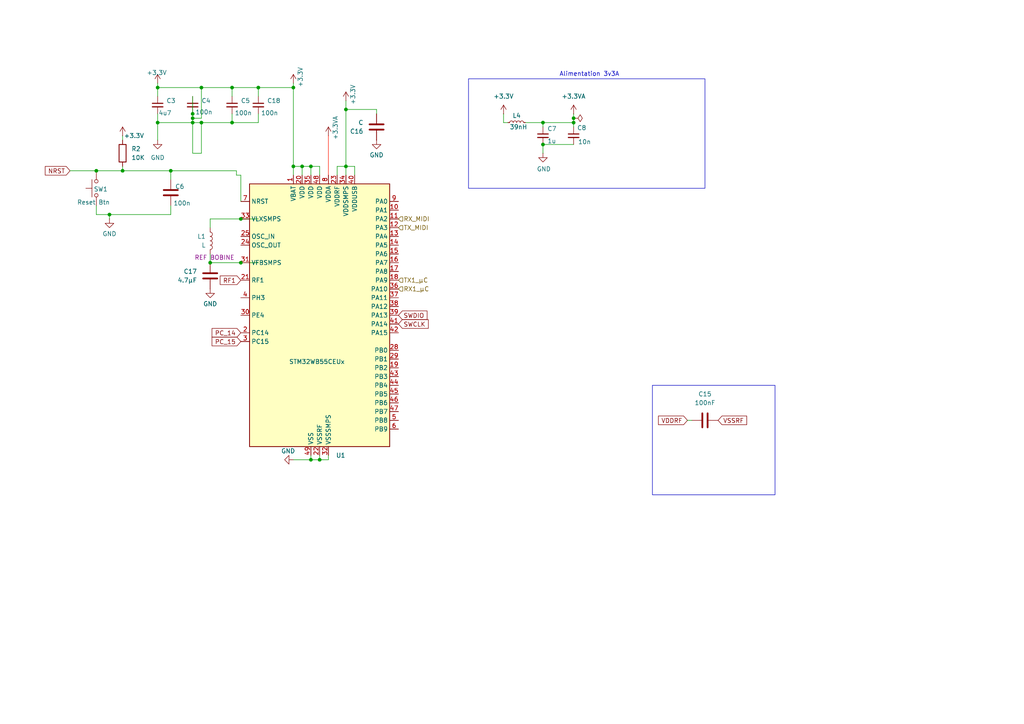
<source format=kicad_sch>
(kicad_sch
	(version 20250114)
	(generator "eeschema")
	(generator_version "9.0")
	(uuid "900d2e30-6c8b-49ab-b8f6-fca3041161ae")
	(paper "A4")
	(lib_symbols
		(symbol "2025-03-03_13-43-06:AMCA31-2R450G-S1F-T3"
			(pin_names
				(offset 0.254)
			)
			(exclude_from_sim no)
			(in_bom yes)
			(on_board yes)
			(property "Reference" "AE"
				(at 2.2606 6.985 0)
				(effects
					(font
						(size 1.524 1.524)
					)
				)
			)
			(property "Value" "AMCA31-2R450G-S1F-T3"
				(at 2.2606 3.175 0)
				(effects
					(font
						(size 1.524 1.524)
					)
				)
			)
			(property "Footprint" "ANT_AMCA31-2R450G-S1F-T3_ABR"
				(at 0 0 0)
				(effects
					(font
						(size 1.27 1.27)
						(italic yes)
					)
					(hide yes)
				)
			)
			(property "Datasheet" "AMCA31-2R450G-S1F-T3"
				(at 0 0 0)
				(effects
					(font
						(size 1.27 1.27)
						(italic yes)
					)
					(hide yes)
				)
			)
			(property "Description" ""
				(at 0 0 0)
				(effects
					(font
						(size 1.27 1.27)
					)
					(hide yes)
				)
			)
			(property "ki_locked" ""
				(at 0 0 0)
				(effects
					(font
						(size 1.27 1.27)
					)
				)
			)
			(property "ki_keywords" "AMCA31-2R450G-S1F-T3"
				(at 0 0 0)
				(effects
					(font
						(size 1.27 1.27)
					)
					(hide yes)
				)
			)
			(property "ki_fp_filters" "ANT_AMCA31-2R450G-S1F-T3_ABR ANT_AMCA31-2R450G-S1F-T3_ABR-M ANT_AMCA31-2R450G-S1F-T3_ABR-L"
				(at 0 0 0)
				(effects
					(font
						(size 1.27 1.27)
					)
					(hide yes)
				)
			)
			(symbol "AMCA31-2R450G-S1F-T3_0_1"
				(polyline
					(pts
						(xy -2.54 10.16) (xy 0 7.62)
					)
					(stroke
						(width 0.2032)
						(type default)
					)
					(fill
						(type none)
					)
				)
				(polyline
					(pts
						(xy 0 10.16) (xy 0 7.62)
					)
					(stroke
						(width 0.2032)
						(type default)
					)
					(fill
						(type none)
					)
				)
				(polyline
					(pts
						(xy 0 7.62) (xy 0 2.54)
					)
					(stroke
						(width 0.2032)
						(type default)
					)
					(fill
						(type none)
					)
				)
				(polyline
					(pts
						(xy 0 7.62) (xy 2.54 10.16)
					)
					(stroke
						(width 0.2032)
						(type default)
					)
					(fill
						(type none)
					)
				)
				(pin unspecified line
					(at 0 0 90)
					(length 2.54)
					(name "1"
						(effects
							(font
								(size 1.27 1.27)
							)
						)
					)
					(number "1"
						(effects
							(font
								(size 1.27 1.27)
							)
						)
					)
				)
			)
			(embedded_fonts no)
		)
		(symbol "ABS07AIG32.768KHZ6DT:ABS07AIG32.768KHZ6DT"
			(pin_names
				(offset 1.016)
			)
			(exclude_from_sim no)
			(in_bom yes)
			(on_board yes)
			(property "Reference" "Y"
				(at -5.0878 3.8159 0)
				(effects
					(font
						(size 1.27 1.27)
					)
					(justify left bottom)
				)
			)
			(property "Value" "ABS07AIG32.768KHZ6DT"
				(at -5.0944 -5.0944 0)
				(effects
					(font
						(size 1.27 1.27)
					)
					(justify left bottom)
				)
			)
			(property "Footprint" "ABS07AIG32.768KHZ6DT:XTAL_ABS07AIG32.768KHZ6DT"
				(at -0.254 6.35 0)
				(effects
					(font
						(size 1.27 1.27)
					)
					(justify bottom)
					(hide yes)
				)
			)
			(property "Datasheet" ""
				(at 0 0 0)
				(effects
					(font
						(size 1.27 1.27)
					)
					(hide yes)
				)
			)
			(property "Description" ""
				(at 0 0 0)
				(effects
					(font
						(size 1.27 1.27)
					)
					(hide yes)
				)
			)
			(property "PARTREV" "6/7/2022"
				(at -10.414 1.016 0)
				(effects
					(font
						(size 1.27 1.27)
					)
					(justify bottom)
					(hide yes)
				)
			)
			(property "MANUFACTURER" "Abracon"
				(at -14.224 -5.08 0)
				(effects
					(font
						(size 1.27 1.27)
					)
					(justify bottom)
					(hide yes)
				)
			)
			(property "MAXIMUM_PACKAGE_HEIGHT" "0.9 mm"
				(at 14.732 1.27 0)
				(effects
					(font
						(size 1.27 1.27)
					)
					(justify bottom)
					(hide yes)
				)
			)
			(property "STANDARD" "Manufacturer Recommendations"
				(at 1.524 -9.398 0)
				(effects
					(font
						(size 1.27 1.27)
					)
					(justify bottom)
					(hide yes)
				)
			)
			(symbol "ABS07AIG32.768KHZ6DT_0_0"
				(polyline
					(pts
						(xy -2.3368 2.54) (xy -2.3368 -2.54)
					)
					(stroke
						(width 0.4064)
						(type default)
					)
					(fill
						(type none)
					)
				)
				(polyline
					(pts
						(xy -1.397 2.54) (xy -1.397 -2.54)
					)
					(stroke
						(width 0.4064)
						(type default)
					)
					(fill
						(type none)
					)
				)
				(polyline
					(pts
						(xy -1.397 2.54) (xy 1.397 2.54)
					)
					(stroke
						(width 0.4064)
						(type default)
					)
					(fill
						(type none)
					)
				)
				(polyline
					(pts
						(xy 1.397 2.54) (xy 1.397 -2.54)
					)
					(stroke
						(width 0.4064)
						(type default)
					)
					(fill
						(type none)
					)
				)
				(polyline
					(pts
						(xy 1.397 -2.54) (xy -1.397 -2.54)
					)
					(stroke
						(width 0.4064)
						(type default)
					)
					(fill
						(type none)
					)
				)
				(polyline
					(pts
						(xy 2.3368 2.54) (xy 2.3368 -2.54)
					)
					(stroke
						(width 0.4064)
						(type default)
					)
					(fill
						(type none)
					)
				)
				(pin passive line
					(at -5.08 0 0)
					(length 2.54)
					(name "~"
						(effects
							(font
								(size 1.016 1.016)
							)
						)
					)
					(number "1"
						(effects
							(font
								(size 1.016 1.016)
							)
						)
					)
				)
				(pin passive line
					(at 5.08 0 180)
					(length 2.54)
					(name "~"
						(effects
							(font
								(size 1.016 1.016)
							)
						)
					)
					(number "2"
						(effects
							(font
								(size 1.016 1.016)
							)
						)
					)
				)
			)
			(embedded_fonts no)
		)
		(symbol "Device:C"
			(pin_numbers
				(hide yes)
			)
			(pin_names
				(offset 0.254)
			)
			(exclude_from_sim no)
			(in_bom yes)
			(on_board yes)
			(property "Reference" "C"
				(at 0.635 2.54 0)
				(effects
					(font
						(size 1.27 1.27)
					)
					(justify left)
				)
			)
			(property "Value" "C"
				(at 0.635 -2.54 0)
				(effects
					(font
						(size 1.27 1.27)
					)
					(justify left)
				)
			)
			(property "Footprint" ""
				(at 0.9652 -3.81 0)
				(effects
					(font
						(size 1.27 1.27)
					)
					(hide yes)
				)
			)
			(property "Datasheet" "~"
				(at 0 0 0)
				(effects
					(font
						(size 1.27 1.27)
					)
					(hide yes)
				)
			)
			(property "Description" "Unpolarized capacitor"
				(at 0 0 0)
				(effects
					(font
						(size 1.27 1.27)
					)
					(hide yes)
				)
			)
			(property "ki_keywords" "cap capacitor"
				(at 0 0 0)
				(effects
					(font
						(size 1.27 1.27)
					)
					(hide yes)
				)
			)
			(property "ki_fp_filters" "C_*"
				(at 0 0 0)
				(effects
					(font
						(size 1.27 1.27)
					)
					(hide yes)
				)
			)
			(symbol "C_0_1"
				(polyline
					(pts
						(xy -2.032 0.762) (xy 2.032 0.762)
					)
					(stroke
						(width 0.508)
						(type default)
					)
					(fill
						(type none)
					)
				)
				(polyline
					(pts
						(xy -2.032 -0.762) (xy 2.032 -0.762)
					)
					(stroke
						(width 0.508)
						(type default)
					)
					(fill
						(type none)
					)
				)
			)
			(symbol "C_1_1"
				(pin passive line
					(at 0 3.81 270)
					(length 2.794)
					(name "~"
						(effects
							(font
								(size 1.27 1.27)
							)
						)
					)
					(number "1"
						(effects
							(font
								(size 1.27 1.27)
							)
						)
					)
				)
				(pin passive line
					(at 0 -3.81 90)
					(length 2.794)
					(name "~"
						(effects
							(font
								(size 1.27 1.27)
							)
						)
					)
					(number "2"
						(effects
							(font
								(size 1.27 1.27)
							)
						)
					)
				)
			)
			(embedded_fonts no)
		)
		(symbol "Device:C_Small"
			(pin_numbers
				(hide yes)
			)
			(pin_names
				(offset 0.254)
				(hide yes)
			)
			(exclude_from_sim no)
			(in_bom yes)
			(on_board yes)
			(property "Reference" "C"
				(at 0.254 1.778 0)
				(effects
					(font
						(size 1.27 1.27)
					)
					(justify left)
				)
			)
			(property "Value" "C_Small"
				(at 0.254 -2.032 0)
				(effects
					(font
						(size 1.27 1.27)
					)
					(justify left)
				)
			)
			(property "Footprint" ""
				(at 0 0 0)
				(effects
					(font
						(size 1.27 1.27)
					)
					(hide yes)
				)
			)
			(property "Datasheet" "~"
				(at 0 0 0)
				(effects
					(font
						(size 1.27 1.27)
					)
					(hide yes)
				)
			)
			(property "Description" "Unpolarized capacitor, small symbol"
				(at 0 0 0)
				(effects
					(font
						(size 1.27 1.27)
					)
					(hide yes)
				)
			)
			(property "ki_keywords" "capacitor cap"
				(at 0 0 0)
				(effects
					(font
						(size 1.27 1.27)
					)
					(hide yes)
				)
			)
			(property "ki_fp_filters" "C_*"
				(at 0 0 0)
				(effects
					(font
						(size 1.27 1.27)
					)
					(hide yes)
				)
			)
			(symbol "C_Small_0_1"
				(polyline
					(pts
						(xy -1.524 0.508) (xy 1.524 0.508)
					)
					(stroke
						(width 0.3048)
						(type default)
					)
					(fill
						(type none)
					)
				)
				(polyline
					(pts
						(xy -1.524 -0.508) (xy 1.524 -0.508)
					)
					(stroke
						(width 0.3302)
						(type default)
					)
					(fill
						(type none)
					)
				)
			)
			(symbol "C_Small_1_1"
				(pin passive line
					(at 0 2.54 270)
					(length 2.032)
					(name "~"
						(effects
							(font
								(size 1.27 1.27)
							)
						)
					)
					(number "1"
						(effects
							(font
								(size 1.27 1.27)
							)
						)
					)
				)
				(pin passive line
					(at 0 -2.54 90)
					(length 2.032)
					(name "~"
						(effects
							(font
								(size 1.27 1.27)
							)
						)
					)
					(number "2"
						(effects
							(font
								(size 1.27 1.27)
							)
						)
					)
				)
			)
			(embedded_fonts no)
		)
		(symbol "Device:L"
			(pin_numbers
				(hide yes)
			)
			(pin_names
				(offset 1.016)
				(hide yes)
			)
			(exclude_from_sim no)
			(in_bom yes)
			(on_board yes)
			(property "Reference" "L"
				(at -1.27 0 90)
				(effects
					(font
						(size 1.27 1.27)
					)
				)
			)
			(property "Value" "L"
				(at 1.905 0 90)
				(effects
					(font
						(size 1.27 1.27)
					)
				)
			)
			(property "Footprint" ""
				(at 0 0 0)
				(effects
					(font
						(size 1.27 1.27)
					)
					(hide yes)
				)
			)
			(property "Datasheet" "~"
				(at 0 0 0)
				(effects
					(font
						(size 1.27 1.27)
					)
					(hide yes)
				)
			)
			(property "Description" "Inductor"
				(at 0 0 0)
				(effects
					(font
						(size 1.27 1.27)
					)
					(hide yes)
				)
			)
			(property "ki_keywords" "inductor choke coil reactor magnetic"
				(at 0 0 0)
				(effects
					(font
						(size 1.27 1.27)
					)
					(hide yes)
				)
			)
			(property "ki_fp_filters" "Choke_* *Coil* Inductor_* L_*"
				(at 0 0 0)
				(effects
					(font
						(size 1.27 1.27)
					)
					(hide yes)
				)
			)
			(symbol "L_0_1"
				(arc
					(start 0 2.54)
					(mid 0.6323 1.905)
					(end 0 1.27)
					(stroke
						(width 0)
						(type default)
					)
					(fill
						(type none)
					)
				)
				(arc
					(start 0 1.27)
					(mid 0.6323 0.635)
					(end 0 0)
					(stroke
						(width 0)
						(type default)
					)
					(fill
						(type none)
					)
				)
				(arc
					(start 0 0)
					(mid 0.6323 -0.635)
					(end 0 -1.27)
					(stroke
						(width 0)
						(type default)
					)
					(fill
						(type none)
					)
				)
				(arc
					(start 0 -1.27)
					(mid 0.6323 -1.905)
					(end 0 -2.54)
					(stroke
						(width 0)
						(type default)
					)
					(fill
						(type none)
					)
				)
			)
			(symbol "L_1_1"
				(pin passive line
					(at 0 3.81 270)
					(length 1.27)
					(name "1"
						(effects
							(font
								(size 1.27 1.27)
							)
						)
					)
					(number "1"
						(effects
							(font
								(size 1.27 1.27)
							)
						)
					)
				)
				(pin passive line
					(at 0 -3.81 90)
					(length 1.27)
					(name "2"
						(effects
							(font
								(size 1.27 1.27)
							)
						)
					)
					(number "2"
						(effects
							(font
								(size 1.27 1.27)
							)
						)
					)
				)
			)
			(embedded_fonts no)
		)
		(symbol "Device:L_Small"
			(pin_numbers
				(hide yes)
			)
			(pin_names
				(offset 0.254)
				(hide yes)
			)
			(exclude_from_sim no)
			(in_bom yes)
			(on_board yes)
			(property "Reference" "L"
				(at 0.762 1.016 0)
				(effects
					(font
						(size 1.27 1.27)
					)
					(justify left)
				)
			)
			(property "Value" "L_Small"
				(at 0.762 -1.016 0)
				(effects
					(font
						(size 1.27 1.27)
					)
					(justify left)
				)
			)
			(property "Footprint" ""
				(at 0 0 0)
				(effects
					(font
						(size 1.27 1.27)
					)
					(hide yes)
				)
			)
			(property "Datasheet" "~"
				(at 0 0 0)
				(effects
					(font
						(size 1.27 1.27)
					)
					(hide yes)
				)
			)
			(property "Description" "Inductor, small symbol"
				(at 0 0 0)
				(effects
					(font
						(size 1.27 1.27)
					)
					(hide yes)
				)
			)
			(property "ki_keywords" "inductor choke coil reactor magnetic"
				(at 0 0 0)
				(effects
					(font
						(size 1.27 1.27)
					)
					(hide yes)
				)
			)
			(property "ki_fp_filters" "Choke_* *Coil* Inductor_* L_*"
				(at 0 0 0)
				(effects
					(font
						(size 1.27 1.27)
					)
					(hide yes)
				)
			)
			(symbol "L_Small_0_1"
				(arc
					(start 0 2.032)
					(mid 0.5058 1.524)
					(end 0 1.016)
					(stroke
						(width 0)
						(type default)
					)
					(fill
						(type none)
					)
				)
				(arc
					(start 0 1.016)
					(mid 0.5058 0.508)
					(end 0 0)
					(stroke
						(width 0)
						(type default)
					)
					(fill
						(type none)
					)
				)
				(arc
					(start 0 0)
					(mid 0.5058 -0.508)
					(end 0 -1.016)
					(stroke
						(width 0)
						(type default)
					)
					(fill
						(type none)
					)
				)
				(arc
					(start 0 -1.016)
					(mid 0.5058 -1.524)
					(end 0 -2.032)
					(stroke
						(width 0)
						(type default)
					)
					(fill
						(type none)
					)
				)
			)
			(symbol "L_Small_1_1"
				(pin passive line
					(at 0 2.54 270)
					(length 0.508)
					(name "~"
						(effects
							(font
								(size 1.27 1.27)
							)
						)
					)
					(number "1"
						(effects
							(font
								(size 1.27 1.27)
							)
						)
					)
				)
				(pin passive line
					(at 0 -2.54 90)
					(length 0.508)
					(name "~"
						(effects
							(font
								(size 1.27 1.27)
							)
						)
					)
					(number "2"
						(effects
							(font
								(size 1.27 1.27)
							)
						)
					)
				)
			)
			(embedded_fonts no)
		)
		(symbol "Device:R"
			(pin_numbers
				(hide yes)
			)
			(pin_names
				(offset 0)
			)
			(exclude_from_sim no)
			(in_bom yes)
			(on_board yes)
			(property "Reference" "R"
				(at 2.032 0 90)
				(effects
					(font
						(size 1.27 1.27)
					)
				)
			)
			(property "Value" "R"
				(at 0 0 90)
				(effects
					(font
						(size 1.27 1.27)
					)
				)
			)
			(property "Footprint" ""
				(at -1.778 0 90)
				(effects
					(font
						(size 1.27 1.27)
					)
					(hide yes)
				)
			)
			(property "Datasheet" "~"
				(at 0 0 0)
				(effects
					(font
						(size 1.27 1.27)
					)
					(hide yes)
				)
			)
			(property "Description" "Resistor"
				(at 0 0 0)
				(effects
					(font
						(size 1.27 1.27)
					)
					(hide yes)
				)
			)
			(property "ki_keywords" "R res resistor"
				(at 0 0 0)
				(effects
					(font
						(size 1.27 1.27)
					)
					(hide yes)
				)
			)
			(property "ki_fp_filters" "R_*"
				(at 0 0 0)
				(effects
					(font
						(size 1.27 1.27)
					)
					(hide yes)
				)
			)
			(symbol "R_0_1"
				(rectangle
					(start -1.016 -2.54)
					(end 1.016 2.54)
					(stroke
						(width 0.254)
						(type default)
					)
					(fill
						(type none)
					)
				)
			)
			(symbol "R_1_1"
				(pin passive line
					(at 0 3.81 270)
					(length 1.27)
					(name "~"
						(effects
							(font
								(size 1.27 1.27)
							)
						)
					)
					(number "1"
						(effects
							(font
								(size 1.27 1.27)
							)
						)
					)
				)
				(pin passive line
					(at 0 -3.81 90)
					(length 1.27)
					(name "~"
						(effects
							(font
								(size 1.27 1.27)
							)
						)
					)
					(number "2"
						(effects
							(font
								(size 1.27 1.27)
							)
						)
					)
				)
			)
			(embedded_fonts no)
		)
		(symbol "MCU_ST_STM32WB:STM32WB55CEUx"
			(exclude_from_sim no)
			(in_bom yes)
			(on_board yes)
			(property "Reference" "U"
				(at -20.32 39.37 0)
				(effects
					(font
						(size 1.27 1.27)
					)
					(justify left)
				)
			)
			(property "Value" "STM32WB55CEUx"
				(at 12.7 39.37 0)
				(effects
					(font
						(size 1.27 1.27)
					)
					(justify left)
				)
			)
			(property "Footprint" "Package_DFN_QFN:QFN-48-1EP_7x7mm_P0.5mm_EP5.6x5.6mm"
				(at -20.32 -38.1 0)
				(effects
					(font
						(size 1.27 1.27)
					)
					(justify right)
					(hide yes)
				)
			)
			(property "Datasheet" "https://www.st.com/resource/en/datasheet/stm32wb55ce.pdf"
				(at 0 0 0)
				(effects
					(font
						(size 1.27 1.27)
					)
					(hide yes)
				)
			)
			(property "Description" "STMicroelectronics Arm Cortex-M4 MCU, 512KB flash, 256KB RAM, 64 MHz, 1.71-3.6V, 30 GPIO, UFQFPN48"
				(at 0 0 0)
				(effects
					(font
						(size 1.27 1.27)
					)
					(hide yes)
				)
			)
			(property "ki_keywords" "Arm Cortex-M4 STM32WB STM32WBx5"
				(at 0 0 0)
				(effects
					(font
						(size 1.27 1.27)
					)
					(hide yes)
				)
			)
			(property "ki_fp_filters" "QFN*1EP*7x7mm*P0.5mm*"
				(at 0 0 0)
				(effects
					(font
						(size 1.27 1.27)
					)
					(hide yes)
				)
			)
			(symbol "STM32WB55CEUx_0_1"
				(rectangle
					(start -20.32 -38.1)
					(end 20.32 38.1)
					(stroke
						(width 0.254)
						(type default)
					)
					(fill
						(type background)
					)
				)
			)
			(symbol "STM32WB55CEUx_1_1"
				(pin input line
					(at -22.86 33.02 0)
					(length 2.54)
					(name "NRST"
						(effects
							(font
								(size 1.27 1.27)
							)
						)
					)
					(number "7"
						(effects
							(font
								(size 1.27 1.27)
							)
						)
					)
				)
				(pin power_in line
					(at -22.86 27.94 0)
					(length 2.54)
					(name "VLXSMPS"
						(effects
							(font
								(size 1.27 1.27)
							)
						)
					)
					(number "33"
						(effects
							(font
								(size 1.27 1.27)
							)
						)
					)
				)
				(pin input line
					(at -22.86 22.86 0)
					(length 2.54)
					(name "OSC_IN"
						(effects
							(font
								(size 1.27 1.27)
							)
						)
					)
					(number "25"
						(effects
							(font
								(size 1.27 1.27)
							)
						)
					)
					(alternate "RCC_OSC_IN" bidirectional line)
				)
				(pin input line
					(at -22.86 20.32 0)
					(length 2.54)
					(name "OSC_OUT"
						(effects
							(font
								(size 1.27 1.27)
							)
						)
					)
					(number "24"
						(effects
							(font
								(size 1.27 1.27)
							)
						)
					)
					(alternate "RCC_OSC_OUT" bidirectional line)
				)
				(pin input line
					(at -22.86 15.24 0)
					(length 2.54)
					(name "VFBSMPS"
						(effects
							(font
								(size 1.27 1.27)
							)
						)
					)
					(number "31"
						(effects
							(font
								(size 1.27 1.27)
							)
						)
					)
				)
				(pin bidirectional line
					(at -22.86 10.16 0)
					(length 2.54)
					(name "RF1"
						(effects
							(font
								(size 1.27 1.27)
							)
						)
					)
					(number "21"
						(effects
							(font
								(size 1.27 1.27)
							)
						)
					)
					(alternate "RF_RF1" bidirectional line)
				)
				(pin bidirectional line
					(at -22.86 5.08 0)
					(length 2.54)
					(name "PH3"
						(effects
							(font
								(size 1.27 1.27)
							)
						)
					)
					(number "4"
						(effects
							(font
								(size 1.27 1.27)
							)
						)
					)
					(alternate "RCC_LSCO" bidirectional line)
				)
				(pin bidirectional line
					(at -22.86 0 0)
					(length 2.54)
					(name "PE4"
						(effects
							(font
								(size 1.27 1.27)
							)
						)
					)
					(number "30"
						(effects
							(font
								(size 1.27 1.27)
							)
						)
					)
				)
				(pin bidirectional line
					(at -22.86 -5.08 0)
					(length 2.54)
					(name "PC14"
						(effects
							(font
								(size 1.27 1.27)
							)
						)
					)
					(number "2"
						(effects
							(font
								(size 1.27 1.27)
							)
						)
					)
					(alternate "RCC_OSC32_IN" bidirectional line)
				)
				(pin bidirectional line
					(at -22.86 -7.62 0)
					(length 2.54)
					(name "PC15"
						(effects
							(font
								(size 1.27 1.27)
							)
						)
					)
					(number "3"
						(effects
							(font
								(size 1.27 1.27)
							)
						)
					)
					(alternate "ADC1_EXTI15" bidirectional line)
					(alternate "RCC_OSC32_OUT" bidirectional line)
				)
				(pin no_connect line
					(at -20.32 -35.56 0)
					(length 2.54)
					(hide yes)
					(name "AT1"
						(effects
							(font
								(size 1.27 1.27)
							)
						)
					)
					(number "27"
						(effects
							(font
								(size 1.27 1.27)
							)
						)
					)
				)
				(pin no_connect line
					(at -20.32 -38.1 0)
					(length 2.54)
					(hide yes)
					(name "AT0"
						(effects
							(font
								(size 1.27 1.27)
							)
						)
					)
					(number "26"
						(effects
							(font
								(size 1.27 1.27)
							)
						)
					)
				)
				(pin power_in line
					(at -7.62 40.64 270)
					(length 2.54)
					(name "VBAT"
						(effects
							(font
								(size 1.27 1.27)
							)
						)
					)
					(number "1"
						(effects
							(font
								(size 1.27 1.27)
							)
						)
					)
				)
				(pin power_in line
					(at -5.08 40.64 270)
					(length 2.54)
					(name "VDD"
						(effects
							(font
								(size 1.27 1.27)
							)
						)
					)
					(number "20"
						(effects
							(font
								(size 1.27 1.27)
							)
						)
					)
				)
				(pin power_in line
					(at -2.54 40.64 270)
					(length 2.54)
					(name "VDD"
						(effects
							(font
								(size 1.27 1.27)
							)
						)
					)
					(number "35"
						(effects
							(font
								(size 1.27 1.27)
							)
						)
					)
				)
				(pin power_in line
					(at -2.54 -40.64 90)
					(length 2.54)
					(name "VSS"
						(effects
							(font
								(size 1.27 1.27)
							)
						)
					)
					(number "49"
						(effects
							(font
								(size 1.27 1.27)
							)
						)
					)
				)
				(pin power_in line
					(at 0 40.64 270)
					(length 2.54)
					(name "VDD"
						(effects
							(font
								(size 1.27 1.27)
							)
						)
					)
					(number "48"
						(effects
							(font
								(size 1.27 1.27)
							)
						)
					)
				)
				(pin power_in line
					(at 0 -40.64 90)
					(length 2.54)
					(name "VSSRF"
						(effects
							(font
								(size 1.27 1.27)
							)
						)
					)
					(number "22"
						(effects
							(font
								(size 1.27 1.27)
							)
						)
					)
				)
				(pin power_in line
					(at 2.54 40.64 270)
					(length 2.54)
					(name "VDDA"
						(effects
							(font
								(size 1.27 1.27)
							)
						)
					)
					(number "8"
						(effects
							(font
								(size 1.27 1.27)
							)
						)
					)
				)
				(pin power_in line
					(at 2.54 -40.64 90)
					(length 2.54)
					(name "VSSSMPS"
						(effects
							(font
								(size 1.27 1.27)
							)
						)
					)
					(number "32"
						(effects
							(font
								(size 1.27 1.27)
							)
						)
					)
				)
				(pin power_in line
					(at 5.08 40.64 270)
					(length 2.54)
					(name "VDDRF"
						(effects
							(font
								(size 1.27 1.27)
							)
						)
					)
					(number "23"
						(effects
							(font
								(size 1.27 1.27)
							)
						)
					)
				)
				(pin power_in line
					(at 7.62 40.64 270)
					(length 2.54)
					(name "VDDSMPS"
						(effects
							(font
								(size 1.27 1.27)
							)
						)
					)
					(number "34"
						(effects
							(font
								(size 1.27 1.27)
							)
						)
					)
				)
				(pin power_in line
					(at 10.16 40.64 270)
					(length 2.54)
					(name "VDDUSB"
						(effects
							(font
								(size 1.27 1.27)
							)
						)
					)
					(number "40"
						(effects
							(font
								(size 1.27 1.27)
							)
						)
					)
				)
				(pin bidirectional line
					(at 22.86 33.02 180)
					(length 2.54)
					(name "PA0"
						(effects
							(font
								(size 1.27 1.27)
							)
						)
					)
					(number "9"
						(effects
							(font
								(size 1.27 1.27)
							)
						)
					)
					(alternate "ADC1_IN5" bidirectional line)
					(alternate "COMP1_INM" bidirectional line)
					(alternate "COMP1_OUT" bidirectional line)
					(alternate "RTC_TAMP2" bidirectional line)
					(alternate "SAI1_EXTCLK" bidirectional line)
					(alternate "SYS_WKUP1" bidirectional line)
					(alternate "TIM2_CH1" bidirectional line)
					(alternate "TIM2_ETR" bidirectional line)
				)
				(pin bidirectional line
					(at 22.86 30.48 180)
					(length 2.54)
					(name "PA1"
						(effects
							(font
								(size 1.27 1.27)
							)
						)
					)
					(number "10"
						(effects
							(font
								(size 1.27 1.27)
							)
						)
					)
					(alternate "ADC1_IN6" bidirectional line)
					(alternate "COMP1_INP" bidirectional line)
					(alternate "I2C1_SMBA" bidirectional line)
					(alternate "LCD_SEG0" bidirectional line)
					(alternate "SPI1_SCK" bidirectional line)
					(alternate "TIM2_CH2" bidirectional line)
				)
				(pin bidirectional line
					(at 22.86 27.94 180)
					(length 2.54)
					(name "PA2"
						(effects
							(font
								(size 1.27 1.27)
							)
						)
					)
					(number "11"
						(effects
							(font
								(size 1.27 1.27)
							)
						)
					)
					(alternate "ADC1_IN7" bidirectional line)
					(alternate "COMP2_INM" bidirectional line)
					(alternate "COMP2_OUT" bidirectional line)
					(alternate "LCD_SEG1" bidirectional line)
					(alternate "LPUART1_TX" bidirectional line)
					(alternate "QUADSPI_BK1_NCS" bidirectional line)
					(alternate "RCC_LSCO" bidirectional line)
					(alternate "SYS_WKUP4" bidirectional line)
					(alternate "TIM2_CH3" bidirectional line)
				)
				(pin bidirectional line
					(at 22.86 25.4 180)
					(length 2.54)
					(name "PA3"
						(effects
							(font
								(size 1.27 1.27)
							)
						)
					)
					(number "12"
						(effects
							(font
								(size 1.27 1.27)
							)
						)
					)
					(alternate "ADC1_IN8" bidirectional line)
					(alternate "COMP2_INP" bidirectional line)
					(alternate "LCD_SEG2" bidirectional line)
					(alternate "LPUART1_RX" bidirectional line)
					(alternate "QUADSPI_CLK" bidirectional line)
					(alternate "SAI1_CK1" bidirectional line)
					(alternate "SAI1_MCLK_A" bidirectional line)
					(alternate "TIM2_CH4" bidirectional line)
				)
				(pin bidirectional line
					(at 22.86 22.86 180)
					(length 2.54)
					(name "PA4"
						(effects
							(font
								(size 1.27 1.27)
							)
						)
					)
					(number "13"
						(effects
							(font
								(size 1.27 1.27)
							)
						)
					)
					(alternate "ADC1_IN9" bidirectional line)
					(alternate "COMP1_INM" bidirectional line)
					(alternate "COMP2_INM" bidirectional line)
					(alternate "LCD_SEG5" bidirectional line)
					(alternate "LPTIM2_OUT" bidirectional line)
					(alternate "SAI1_FS_B" bidirectional line)
					(alternate "SPI1_NSS" bidirectional line)
				)
				(pin bidirectional line
					(at 22.86 20.32 180)
					(length 2.54)
					(name "PA5"
						(effects
							(font
								(size 1.27 1.27)
							)
						)
					)
					(number "14"
						(effects
							(font
								(size 1.27 1.27)
							)
						)
					)
					(alternate "ADC1_IN10" bidirectional line)
					(alternate "COMP1_INM" bidirectional line)
					(alternate "COMP2_INM" bidirectional line)
					(alternate "LPTIM2_ETR" bidirectional line)
					(alternate "SAI1_SD_B" bidirectional line)
					(alternate "SPI1_SCK" bidirectional line)
					(alternate "TIM2_CH1" bidirectional line)
					(alternate "TIM2_ETR" bidirectional line)
				)
				(pin bidirectional line
					(at 22.86 17.78 180)
					(length 2.54)
					(name "PA6"
						(effects
							(font
								(size 1.27 1.27)
							)
						)
					)
					(number "15"
						(effects
							(font
								(size 1.27 1.27)
							)
						)
					)
					(alternate "ADC1_IN11" bidirectional line)
					(alternate "LCD_SEG3" bidirectional line)
					(alternate "LPUART1_CTS" bidirectional line)
					(alternate "QUADSPI_BK1_IO3" bidirectional line)
					(alternate "SPI1_MISO" bidirectional line)
					(alternate "TIM16_CH1" bidirectional line)
					(alternate "TIM1_BKIN" bidirectional line)
				)
				(pin bidirectional line
					(at 22.86 15.24 180)
					(length 2.54)
					(name "PA7"
						(effects
							(font
								(size 1.27 1.27)
							)
						)
					)
					(number "16"
						(effects
							(font
								(size 1.27 1.27)
							)
						)
					)
					(alternate "ADC1_IN12" bidirectional line)
					(alternate "COMP2_OUT" bidirectional line)
					(alternate "I2C3_SCL" bidirectional line)
					(alternate "LCD_SEG4" bidirectional line)
					(alternate "QUADSPI_BK1_IO2" bidirectional line)
					(alternate "SPI1_MOSI" bidirectional line)
					(alternate "TIM17_CH1" bidirectional line)
					(alternate "TIM1_CH1N" bidirectional line)
				)
				(pin bidirectional line
					(at 22.86 12.7 180)
					(length 2.54)
					(name "PA8"
						(effects
							(font
								(size 1.27 1.27)
							)
						)
					)
					(number "17"
						(effects
							(font
								(size 1.27 1.27)
							)
						)
					)
					(alternate "ADC1_IN15" bidirectional line)
					(alternate "LCD_COM0" bidirectional line)
					(alternate "LPTIM2_OUT" bidirectional line)
					(alternate "RCC_MCO" bidirectional line)
					(alternate "SAI1_CK2" bidirectional line)
					(alternate "SAI1_SCK_A" bidirectional line)
					(alternate "TIM1_CH1" bidirectional line)
					(alternate "USART1_CK" bidirectional line)
				)
				(pin bidirectional line
					(at 22.86 10.16 180)
					(length 2.54)
					(name "PA9"
						(effects
							(font
								(size 1.27 1.27)
							)
						)
					)
					(number "18"
						(effects
							(font
								(size 1.27 1.27)
							)
						)
					)
					(alternate "ADC1_IN16" bidirectional line)
					(alternate "COMP1_INM" bidirectional line)
					(alternate "I2C1_SCL" bidirectional line)
					(alternate "LCD_COM1" bidirectional line)
					(alternate "SAI1_D2" bidirectional line)
					(alternate "SAI1_FS_A" bidirectional line)
					(alternate "TIM1_CH2" bidirectional line)
					(alternate "USART1_TX" bidirectional line)
				)
				(pin bidirectional line
					(at 22.86 7.62 180)
					(length 2.54)
					(name "PA10"
						(effects
							(font
								(size 1.27 1.27)
							)
						)
					)
					(number "36"
						(effects
							(font
								(size 1.27 1.27)
							)
						)
					)
					(alternate "CRS_SYNC" bidirectional line)
					(alternate "I2C1_SDA" bidirectional line)
					(alternate "LCD_COM2" bidirectional line)
					(alternate "SAI1_D1" bidirectional line)
					(alternate "SAI1_SD_A" bidirectional line)
					(alternate "TIM17_BKIN" bidirectional line)
					(alternate "TIM1_CH3" bidirectional line)
					(alternate "USART1_RX" bidirectional line)
				)
				(pin bidirectional line
					(at 22.86 5.08 180)
					(length 2.54)
					(name "PA11"
						(effects
							(font
								(size 1.27 1.27)
							)
						)
					)
					(number "37"
						(effects
							(font
								(size 1.27 1.27)
							)
						)
					)
					(alternate "ADC1_EXTI11" bidirectional line)
					(alternate "SPI1_MISO" bidirectional line)
					(alternate "TIM1_BKIN2" bidirectional line)
					(alternate "TIM1_CH4" bidirectional line)
					(alternate "USART1_CTS" bidirectional line)
					(alternate "USART1_NSS" bidirectional line)
					(alternate "USB_DM" bidirectional line)
				)
				(pin bidirectional line
					(at 22.86 2.54 180)
					(length 2.54)
					(name "PA12"
						(effects
							(font
								(size 1.27 1.27)
							)
						)
					)
					(number "38"
						(effects
							(font
								(size 1.27 1.27)
							)
						)
					)
					(alternate "LPUART1_RX" bidirectional line)
					(alternate "SPI1_MOSI" bidirectional line)
					(alternate "TIM1_ETR" bidirectional line)
					(alternate "USART1_DE" bidirectional line)
					(alternate "USART1_RTS" bidirectional line)
					(alternate "USB_DP" bidirectional line)
				)
				(pin bidirectional line
					(at 22.86 0 180)
					(length 2.54)
					(name "PA13"
						(effects
							(font
								(size 1.27 1.27)
							)
						)
					)
					(number "39"
						(effects
							(font
								(size 1.27 1.27)
							)
						)
					)
					(alternate "IR_OUT" bidirectional line)
					(alternate "SAI1_SD_B" bidirectional line)
					(alternate "SYS_JTMS-SWDIO" bidirectional line)
					(alternate "USB_NOE" bidirectional line)
				)
				(pin bidirectional line
					(at 22.86 -2.54 180)
					(length 2.54)
					(name "PA14"
						(effects
							(font
								(size 1.27 1.27)
							)
						)
					)
					(number "41"
						(effects
							(font
								(size 1.27 1.27)
							)
						)
					)
					(alternate "I2C1_SMBA" bidirectional line)
					(alternate "LCD_SEG5" bidirectional line)
					(alternate "LPTIM1_OUT" bidirectional line)
					(alternate "SAI1_FS_B" bidirectional line)
					(alternate "SYS_JTCK-SWCLK" bidirectional line)
				)
				(pin bidirectional line
					(at 22.86 -5.08 180)
					(length 2.54)
					(name "PA15"
						(effects
							(font
								(size 1.27 1.27)
							)
						)
					)
					(number "42"
						(effects
							(font
								(size 1.27 1.27)
							)
						)
					)
					(alternate "ADC1_EXTI15" bidirectional line)
					(alternate "LCD_SEG17" bidirectional line)
					(alternate "RCC_MCO" bidirectional line)
					(alternate "SPI1_NSS" bidirectional line)
					(alternate "SYS_JTDI" bidirectional line)
					(alternate "TIM2_CH1" bidirectional line)
					(alternate "TIM2_ETR" bidirectional line)
				)
				(pin bidirectional line
					(at 22.86 -10.16 180)
					(length 2.54)
					(name "PB0"
						(effects
							(font
								(size 1.27 1.27)
							)
						)
					)
					(number "28"
						(effects
							(font
								(size 1.27 1.27)
							)
						)
					)
					(alternate "COMP1_OUT" bidirectional line)
					(alternate "RF_TX_MOD_EXT_PA" bidirectional line)
				)
				(pin bidirectional line
					(at 22.86 -12.7 180)
					(length 2.54)
					(name "PB1"
						(effects
							(font
								(size 1.27 1.27)
							)
						)
					)
					(number "29"
						(effects
							(font
								(size 1.27 1.27)
							)
						)
					)
					(alternate "LPTIM2_IN1" bidirectional line)
					(alternate "LPUART1_DE" bidirectional line)
					(alternate "LPUART1_RTS" bidirectional line)
				)
				(pin bidirectional line
					(at 22.86 -15.24 180)
					(length 2.54)
					(name "PB2"
						(effects
							(font
								(size 1.27 1.27)
							)
						)
					)
					(number "19"
						(effects
							(font
								(size 1.27 1.27)
							)
						)
					)
					(alternate "COMP1_INP" bidirectional line)
					(alternate "I2C3_SMBA" bidirectional line)
					(alternate "LCD_VLCD" bidirectional line)
					(alternate "LPTIM1_OUT" bidirectional line)
					(alternate "RTC_OUT2" bidirectional line)
					(alternate "SAI1_EXTCLK" bidirectional line)
					(alternate "SPI1_NSS" bidirectional line)
				)
				(pin bidirectional line
					(at 22.86 -17.78 180)
					(length 2.54)
					(name "PB3"
						(effects
							(font
								(size 1.27 1.27)
							)
						)
					)
					(number "43"
						(effects
							(font
								(size 1.27 1.27)
							)
						)
					)
					(alternate "COMP2_INM" bidirectional line)
					(alternate "LCD_SEG7" bidirectional line)
					(alternate "SAI1_SCK_B" bidirectional line)
					(alternate "SPI1_SCK" bidirectional line)
					(alternate "SYS_JTDO-SWO" bidirectional line)
					(alternate "TIM2_CH2" bidirectional line)
					(alternate "USART1_DE" bidirectional line)
					(alternate "USART1_RTS" bidirectional line)
				)
				(pin bidirectional line
					(at 22.86 -20.32 180)
					(length 2.54)
					(name "PB4"
						(effects
							(font
								(size 1.27 1.27)
							)
						)
					)
					(number "44"
						(effects
							(font
								(size 1.27 1.27)
							)
						)
					)
					(alternate "COMP2_INP" bidirectional line)
					(alternate "I2C3_SDA" bidirectional line)
					(alternate "LCD_SEG8" bidirectional line)
					(alternate "SAI1_MCLK_B" bidirectional line)
					(alternate "SPI1_MISO" bidirectional line)
					(alternate "SYS_JTRST" bidirectional line)
					(alternate "TIM17_BKIN" bidirectional line)
					(alternate "USART1_CTS" bidirectional line)
					(alternate "USART1_NSS" bidirectional line)
				)
				(pin bidirectional line
					(at 22.86 -22.86 180)
					(length 2.54)
					(name "PB5"
						(effects
							(font
								(size 1.27 1.27)
							)
						)
					)
					(number "45"
						(effects
							(font
								(size 1.27 1.27)
							)
						)
					)
					(alternate "COMP2_OUT" bidirectional line)
					(alternate "I2C1_SMBA" bidirectional line)
					(alternate "LCD_SEG9" bidirectional line)
					(alternate "LPTIM1_IN1" bidirectional line)
					(alternate "LPUART1_TX" bidirectional line)
					(alternate "SAI1_SD_B" bidirectional line)
					(alternate "SPI1_MOSI" bidirectional line)
					(alternate "TIM16_BKIN" bidirectional line)
					(alternate "USART1_CK" bidirectional line)
				)
				(pin bidirectional line
					(at 22.86 -25.4 180)
					(length 2.54)
					(name "PB6"
						(effects
							(font
								(size 1.27 1.27)
							)
						)
					)
					(number "46"
						(effects
							(font
								(size 1.27 1.27)
							)
						)
					)
					(alternate "COMP2_INP" bidirectional line)
					(alternate "I2C1_SCL" bidirectional line)
					(alternate "LCD_SEG6" bidirectional line)
					(alternate "LPTIM1_ETR" bidirectional line)
					(alternate "RCC_MCO" bidirectional line)
					(alternate "SAI1_FS_B" bidirectional line)
					(alternate "TIM16_CH1N" bidirectional line)
					(alternate "USART1_TX" bidirectional line)
				)
				(pin bidirectional line
					(at 22.86 -27.94 180)
					(length 2.54)
					(name "PB7"
						(effects
							(font
								(size 1.27 1.27)
							)
						)
					)
					(number "47"
						(effects
							(font
								(size 1.27 1.27)
							)
						)
					)
					(alternate "COMP2_INM" bidirectional line)
					(alternate "I2C1_SDA" bidirectional line)
					(alternate "LCD_SEG21" bidirectional line)
					(alternate "LPTIM1_IN2" bidirectional line)
					(alternate "SYS_PVD_IN" bidirectional line)
					(alternate "TIM17_CH1N" bidirectional line)
					(alternate "TIM1_BKIN" bidirectional line)
					(alternate "USART1_RX" bidirectional line)
				)
				(pin bidirectional line
					(at 22.86 -30.48 180)
					(length 2.54)
					(name "PB8"
						(effects
							(font
								(size 1.27 1.27)
							)
						)
					)
					(number "5"
						(effects
							(font
								(size 1.27 1.27)
							)
						)
					)
					(alternate "I2C1_SCL" bidirectional line)
					(alternate "LCD_SEG16" bidirectional line)
					(alternate "QUADSPI_BK1_IO1" bidirectional line)
					(alternate "SAI1_CK1" bidirectional line)
					(alternate "SAI1_MCLK_A" bidirectional line)
					(alternate "TIM16_CH1" bidirectional line)
					(alternate "TIM1_CH2N" bidirectional line)
				)
				(pin bidirectional line
					(at 22.86 -33.02 180)
					(length 2.54)
					(name "PB9"
						(effects
							(font
								(size 1.27 1.27)
							)
						)
					)
					(number "6"
						(effects
							(font
								(size 1.27 1.27)
							)
						)
					)
					(alternate "I2C1_SDA" bidirectional line)
					(alternate "IR_OUT" bidirectional line)
					(alternate "LCD_COM3" bidirectional line)
					(alternate "QUADSPI_BK1_IO0" bidirectional line)
					(alternate "SAI1_D2" bidirectional line)
					(alternate "SAI1_FS_A" bidirectional line)
					(alternate "TIM17_CH1" bidirectional line)
					(alternate "TIM1_CH3N" bidirectional line)
				)
			)
			(embedded_fonts no)
		)
		(symbol "Switch:SW_Push"
			(pin_numbers
				(hide yes)
			)
			(pin_names
				(offset 1.016)
				(hide yes)
			)
			(exclude_from_sim no)
			(in_bom yes)
			(on_board yes)
			(property "Reference" "SW"
				(at 1.27 2.54 0)
				(effects
					(font
						(size 1.27 1.27)
					)
					(justify left)
				)
			)
			(property "Value" "SW_Push"
				(at 0 -1.524 0)
				(effects
					(font
						(size 1.27 1.27)
					)
				)
			)
			(property "Footprint" ""
				(at 0 5.08 0)
				(effects
					(font
						(size 1.27 1.27)
					)
					(hide yes)
				)
			)
			(property "Datasheet" "~"
				(at 0 5.08 0)
				(effects
					(font
						(size 1.27 1.27)
					)
					(hide yes)
				)
			)
			(property "Description" "Push button switch, generic, two pins"
				(at 0 0 0)
				(effects
					(font
						(size 1.27 1.27)
					)
					(hide yes)
				)
			)
			(property "ki_keywords" "switch normally-open pushbutton push-button"
				(at 0 0 0)
				(effects
					(font
						(size 1.27 1.27)
					)
					(hide yes)
				)
			)
			(symbol "SW_Push_0_1"
				(circle
					(center -2.032 0)
					(radius 0.508)
					(stroke
						(width 0)
						(type default)
					)
					(fill
						(type none)
					)
				)
				(polyline
					(pts
						(xy 0 1.27) (xy 0 3.048)
					)
					(stroke
						(width 0)
						(type default)
					)
					(fill
						(type none)
					)
				)
				(circle
					(center 2.032 0)
					(radius 0.508)
					(stroke
						(width 0)
						(type default)
					)
					(fill
						(type none)
					)
				)
				(polyline
					(pts
						(xy 2.54 1.27) (xy -2.54 1.27)
					)
					(stroke
						(width 0)
						(type default)
					)
					(fill
						(type none)
					)
				)
				(pin passive line
					(at -5.08 0 0)
					(length 2.54)
					(name "1"
						(effects
							(font
								(size 1.27 1.27)
							)
						)
					)
					(number "1"
						(effects
							(font
								(size 1.27 1.27)
							)
						)
					)
				)
				(pin passive line
					(at 5.08 0 180)
					(length 2.54)
					(name "2"
						(effects
							(font
								(size 1.27 1.27)
							)
						)
					)
					(number "2"
						(effects
							(font
								(size 1.27 1.27)
							)
						)
					)
				)
			)
			(embedded_fonts no)
		)
		(symbol "power:+3.3V"
			(power)
			(pin_numbers
				(hide yes)
			)
			(pin_names
				(offset 0)
				(hide yes)
			)
			(exclude_from_sim no)
			(in_bom yes)
			(on_board yes)
			(property "Reference" "#PWR"
				(at 0 -3.81 0)
				(effects
					(font
						(size 1.27 1.27)
					)
					(hide yes)
				)
			)
			(property "Value" "+3.3V"
				(at 0 3.556 0)
				(effects
					(font
						(size 1.27 1.27)
					)
				)
			)
			(property "Footprint" ""
				(at 0 0 0)
				(effects
					(font
						(size 1.27 1.27)
					)
					(hide yes)
				)
			)
			(property "Datasheet" ""
				(at 0 0 0)
				(effects
					(font
						(size 1.27 1.27)
					)
					(hide yes)
				)
			)
			(property "Description" "Power symbol creates a global label with name \"+3.3V\""
				(at 0 0 0)
				(effects
					(font
						(size 1.27 1.27)
					)
					(hide yes)
				)
			)
			(property "ki_keywords" "global power"
				(at 0 0 0)
				(effects
					(font
						(size 1.27 1.27)
					)
					(hide yes)
				)
			)
			(symbol "+3.3V_0_1"
				(polyline
					(pts
						(xy -0.762 1.27) (xy 0 2.54)
					)
					(stroke
						(width 0)
						(type default)
					)
					(fill
						(type none)
					)
				)
				(polyline
					(pts
						(xy 0 2.54) (xy 0.762 1.27)
					)
					(stroke
						(width 0)
						(type default)
					)
					(fill
						(type none)
					)
				)
				(polyline
					(pts
						(xy 0 0) (xy 0 2.54)
					)
					(stroke
						(width 0)
						(type default)
					)
					(fill
						(type none)
					)
				)
			)
			(symbol "+3.3V_1_1"
				(pin power_in line
					(at 0 0 90)
					(length 0)
					(name "~"
						(effects
							(font
								(size 1.27 1.27)
							)
						)
					)
					(number "1"
						(effects
							(font
								(size 1.27 1.27)
							)
						)
					)
				)
			)
			(embedded_fonts no)
		)
		(symbol "power:+3.3VA"
			(power)
			(pin_numbers
				(hide yes)
			)
			(pin_names
				(offset 0)
				(hide yes)
			)
			(exclude_from_sim no)
			(in_bom yes)
			(on_board yes)
			(property "Reference" "#PWR"
				(at 0 -3.81 0)
				(effects
					(font
						(size 1.27 1.27)
					)
					(hide yes)
				)
			)
			(property "Value" "+3.3VA"
				(at 0 3.556 0)
				(effects
					(font
						(size 1.27 1.27)
					)
				)
			)
			(property "Footprint" ""
				(at 0 0 0)
				(effects
					(font
						(size 1.27 1.27)
					)
					(hide yes)
				)
			)
			(property "Datasheet" ""
				(at 0 0 0)
				(effects
					(font
						(size 1.27 1.27)
					)
					(hide yes)
				)
			)
			(property "Description" "Power symbol creates a global label with name \"+3.3VA\""
				(at 0 0 0)
				(effects
					(font
						(size 1.27 1.27)
					)
					(hide yes)
				)
			)
			(property "ki_keywords" "global power"
				(at 0 0 0)
				(effects
					(font
						(size 1.27 1.27)
					)
					(hide yes)
				)
			)
			(symbol "+3.3VA_0_1"
				(polyline
					(pts
						(xy -0.762 1.27) (xy 0 2.54)
					)
					(stroke
						(width 0)
						(type default)
					)
					(fill
						(type none)
					)
				)
				(polyline
					(pts
						(xy 0 2.54) (xy 0.762 1.27)
					)
					(stroke
						(width 0)
						(type default)
					)
					(fill
						(type none)
					)
				)
				(polyline
					(pts
						(xy 0 0) (xy 0 2.54)
					)
					(stroke
						(width 0)
						(type default)
					)
					(fill
						(type none)
					)
				)
			)
			(symbol "+3.3VA_1_1"
				(pin power_in line
					(at 0 0 90)
					(length 0)
					(name "~"
						(effects
							(font
								(size 1.27 1.27)
							)
						)
					)
					(number "1"
						(effects
							(font
								(size 1.27 1.27)
							)
						)
					)
				)
			)
			(embedded_fonts no)
		)
		(symbol "power:+5V"
			(power)
			(pin_numbers
				(hide yes)
			)
			(pin_names
				(offset 0)
				(hide yes)
			)
			(exclude_from_sim no)
			(in_bom yes)
			(on_board yes)
			(property "Reference" "#PWR"
				(at 0 -3.81 0)
				(effects
					(font
						(size 1.27 1.27)
					)
					(hide yes)
				)
			)
			(property "Value" "+5V"
				(at 0 3.556 0)
				(effects
					(font
						(size 1.27 1.27)
					)
				)
			)
			(property "Footprint" ""
				(at 0 0 0)
				(effects
					(font
						(size 1.27 1.27)
					)
					(hide yes)
				)
			)
			(property "Datasheet" ""
				(at 0 0 0)
				(effects
					(font
						(size 1.27 1.27)
					)
					(hide yes)
				)
			)
			(property "Description" "Power symbol creates a global label with name \"+5V\""
				(at 0 0 0)
				(effects
					(font
						(size 1.27 1.27)
					)
					(hide yes)
				)
			)
			(property "ki_keywords" "global power"
				(at 0 0 0)
				(effects
					(font
						(size 1.27 1.27)
					)
					(hide yes)
				)
			)
			(symbol "+5V_0_1"
				(polyline
					(pts
						(xy -0.762 1.27) (xy 0 2.54)
					)
					(stroke
						(width 0)
						(type default)
					)
					(fill
						(type none)
					)
				)
				(polyline
					(pts
						(xy 0 2.54) (xy 0.762 1.27)
					)
					(stroke
						(width 0)
						(type default)
					)
					(fill
						(type none)
					)
				)
				(polyline
					(pts
						(xy 0 0) (xy 0 2.54)
					)
					(stroke
						(width 0)
						(type default)
					)
					(fill
						(type none)
					)
				)
			)
			(symbol "+5V_1_1"
				(pin power_in line
					(at 0 0 90)
					(length 0)
					(name "~"
						(effects
							(font
								(size 1.27 1.27)
							)
						)
					)
					(number "1"
						(effects
							(font
								(size 1.27 1.27)
							)
						)
					)
				)
			)
			(embedded_fonts no)
		)
		(symbol "power:GND"
			(power)
			(pin_numbers
				(hide yes)
			)
			(pin_names
				(offset 0)
				(hide yes)
			)
			(exclude_from_sim no)
			(in_bom yes)
			(on_board yes)
			(property "Reference" "#PWR"
				(at 0 -6.35 0)
				(effects
					(font
						(size 1.27 1.27)
					)
					(hide yes)
				)
			)
			(property "Value" "GND"
				(at 0 -3.81 0)
				(effects
					(font
						(size 1.27 1.27)
					)
				)
			)
			(property "Footprint" ""
				(at 0 0 0)
				(effects
					(font
						(size 1.27 1.27)
					)
					(hide yes)
				)
			)
			(property "Datasheet" ""
				(at 0 0 0)
				(effects
					(font
						(size 1.27 1.27)
					)
					(hide yes)
				)
			)
			(property "Description" "Power symbol creates a global label with name \"GND\" , ground"
				(at 0 0 0)
				(effects
					(font
						(size 1.27 1.27)
					)
					(hide yes)
				)
			)
			(property "ki_keywords" "global power"
				(at 0 0 0)
				(effects
					(font
						(size 1.27 1.27)
					)
					(hide yes)
				)
			)
			(symbol "GND_0_1"
				(polyline
					(pts
						(xy 0 0) (xy 0 -1.27) (xy 1.27 -1.27) (xy 0 -2.54) (xy -1.27 -1.27) (xy 0 -1.27)
					)
					(stroke
						(width 0)
						(type default)
					)
					(fill
						(type none)
					)
				)
			)
			(symbol "GND_1_1"
				(pin power_in line
					(at 0 0 270)
					(length 0)
					(name "~"
						(effects
							(font
								(size 1.27 1.27)
							)
						)
					)
					(number "1"
						(effects
							(font
								(size 1.27 1.27)
							)
						)
					)
				)
			)
			(embedded_fonts no)
		)
		(symbol "power:PWR_FLAG"
			(power)
			(pin_numbers
				(hide yes)
			)
			(pin_names
				(offset 0)
				(hide yes)
			)
			(exclude_from_sim no)
			(in_bom yes)
			(on_board yes)
			(property "Reference" "#FLG"
				(at 0 1.905 0)
				(effects
					(font
						(size 1.27 1.27)
					)
					(hide yes)
				)
			)
			(property "Value" "PWR_FLAG"
				(at 0 3.81 0)
				(effects
					(font
						(size 1.27 1.27)
					)
				)
			)
			(property "Footprint" ""
				(at 0 0 0)
				(effects
					(font
						(size 1.27 1.27)
					)
					(hide yes)
				)
			)
			(property "Datasheet" "~"
				(at 0 0 0)
				(effects
					(font
						(size 1.27 1.27)
					)
					(hide yes)
				)
			)
			(property "Description" "Special symbol for telling ERC where power comes from"
				(at 0 0 0)
				(effects
					(font
						(size 1.27 1.27)
					)
					(hide yes)
				)
			)
			(property "ki_keywords" "flag power"
				(at 0 0 0)
				(effects
					(font
						(size 1.27 1.27)
					)
					(hide yes)
				)
			)
			(symbol "PWR_FLAG_0_0"
				(pin power_out line
					(at 0 0 90)
					(length 0)
					(name "~"
						(effects
							(font
								(size 1.27 1.27)
							)
						)
					)
					(number "1"
						(effects
							(font
								(size 1.27 1.27)
							)
						)
					)
				)
			)
			(symbol "PWR_FLAG_0_1"
				(polyline
					(pts
						(xy 0 0) (xy 0 1.27) (xy -1.016 1.905) (xy 0 2.54) (xy 1.016 1.905) (xy 0 1.27)
					)
					(stroke
						(width 0)
						(type default)
					)
					(fill
						(type none)
					)
				)
			)
			(embedded_fonts no)
		)
	)
	(rectangle
		(start 298.45 101.6)
		(end 375.92 176.53)
		(stroke
			(width 0)
			(type default)
		)
		(fill
			(type none)
		)
		(uuid 0963b04a-f97f-4d30-bd7e-ef091e23d360)
	)
	(rectangle
		(start 135.89 22.86)
		(end 204.47 54.61)
		(stroke
			(width 0)
			(type default)
		)
		(fill
			(type none)
		)
		(uuid 0aa31857-abca-4162-b5be-0593721cab49)
	)
	(rectangle
		(start 298.45 52.07)
		(end 377.19 97.79)
		(stroke
			(width 0)
			(type default)
		)
		(fill
			(type none)
		)
		(uuid 44297c8e-6fd4-4f0e-8310-6e83d6a0d662)
	)
	(rectangle
		(start 189.23 111.76)
		(end 224.79 143.51)
		(stroke
			(width 0)
			(type default)
		)
		(fill
			(type none)
		)
		(uuid 706e8f9f-c0ec-49a6-854b-41d343f8e790)
	)
	(text "Alimentation 3v3A\n"
		(exclude_from_sim no)
		(at 170.942 21.59 0)
		(effects
			(font
				(size 1.27 1.27)
			)
		)
		(uuid "18476874-9890-4f6c-8861-ae08f21e63f1")
	)
	(text "Oscillateurs\n"
		(exclude_from_sim no)
		(at 337.312 100.33 0)
		(effects
			(font
				(size 1.27 1.27)
			)
		)
		(uuid "4fe0772e-0e27-47fe-a1f2-e398f0b079ea")
	)
	(text "Antenne + filtre en pi\n"
		(exclude_from_sim no)
		(at 344.17 51.054 0)
		(effects
			(font
				(size 1.27 1.27)
			)
		)
		(uuid "b604dd0b-c4f0-4766-bb01-282b89d7512a")
	)
	(junction
		(at 35.56 49.53)
		(diameter 0)
		(color 0 0 0 0)
		(uuid "0dcd2d18-e596-4488-b55e-914a33087cdb")
	)
	(junction
		(at 342.9 115.57)
		(diameter 0)
		(color 0 0 0 0)
		(uuid "177824e8-f0ad-4d95-a220-b7af65a91903")
	)
	(junction
		(at 55.88 34.29)
		(diameter 0)
		(color 0 0 0 0)
		(uuid "180e240a-8851-4bd6-bee6-5fda0a8cd9fd")
	)
	(junction
		(at 69.85 76.2)
		(diameter 0)
		(color 0 0 0 0)
		(uuid "2737cd30-8f07-4e86-a5f4-f89abb137911")
	)
	(junction
		(at 45.72 35.56)
		(diameter 0)
		(color 0 0 0 0)
		(uuid "28e8380f-7c91-4ce2-98c9-b7a6519e914d")
	)
	(junction
		(at 327.66 115.57)
		(diameter 0)
		(color 0 0 0 0)
		(uuid "2fb65b58-ec4f-43d0-b9c5-dcd43808a5ab")
	)
	(junction
		(at 27.94 49.53)
		(diameter 0)
		(color 0 0 0 0)
		(uuid "33d59e21-5822-468d-974a-c48fc37ad348")
	)
	(junction
		(at 49.53 49.53)
		(diameter 0)
		(color 0 0 0 0)
		(uuid "346a373d-84fb-4e83-802a-b717fd65933c")
	)
	(junction
		(at 90.17 48.26)
		(diameter 0)
		(color 0 0 0 0)
		(uuid "50003d26-1f9d-4bdb-ac48-a533f19e4587")
	)
	(junction
		(at 337.82 73.66)
		(diameter 0)
		(color 0 0 0 0)
		(uuid "539e9d1a-4d8b-417c-b666-494300cf19e2")
	)
	(junction
		(at 92.71 133.35)
		(diameter 0)
		(color 0 0 0 0)
		(uuid "5751a057-597b-46ec-b709-46fb42fa8cef")
	)
	(junction
		(at 85.09 25.4)
		(diameter 0)
		(color 0 0 0 0)
		(uuid "5a0839fe-6d05-4b1c-9727-1bbc7df1b5a3")
	)
	(junction
		(at 157.48 35.56)
		(diameter 0)
		(color 0 0 0 0)
		(uuid "697a36a9-8bf4-4448-a632-9326361e8ffb")
	)
	(junction
		(at 166.37 35.56)
		(diameter 0)
		(color 0 0 0 0)
		(uuid "727a19fa-893d-4eff-baef-eaa51d6dc9be")
	)
	(junction
		(at 55.88 33.02)
		(diameter 0)
		(color 0 0 0 0)
		(uuid "7b8c0be3-e44f-40ca-88b0-a7ec4bf72e3a")
	)
	(junction
		(at 45.72 25.4)
		(diameter 0)
		(color 0 0 0 0)
		(uuid "8a406ea6-04c5-4e74-a4a0-26877b28e33c")
	)
	(junction
		(at 69.85 63.5)
		(diameter 0)
		(color 0 0 0 0)
		(uuid "8a6080f6-a61b-4ea2-8cac-ef3932899691")
	)
	(junction
		(at 335.28 125.73)
		(diameter 0)
		(color 0 0 0 0)
		(uuid "92c8fab0-7d75-4402-b358-7dfcb2b49265")
	)
	(junction
		(at 87.63 48.26)
		(diameter 0)
		(color 0 0 0 0)
		(uuid "94f94002-adbe-4432-8f57-1b4c0bbedc63")
	)
	(junction
		(at 55.88 35.56)
		(diameter 0)
		(color 0 0 0 0)
		(uuid "9be94149-3b43-44cb-8198-43c37e9426cd")
	)
	(junction
		(at 58.42 25.4)
		(diameter 0)
		(color 0 0 0 0)
		(uuid "a017af41-4868-4f93-b207-93ff13454e94")
	)
	(junction
		(at 67.31 35.56)
		(diameter 0)
		(color 0 0 0 0)
		(uuid "a1a4eb4e-25f7-4c70-82ba-eccaef70dff7")
	)
	(junction
		(at 60.96 76.2)
		(diameter 0)
		(color 0 0 0 0)
		(uuid "aaa1d27a-5418-42aa-be39-78f2db7536fa")
	)
	(junction
		(at 90.17 133.35)
		(diameter 0)
		(color 0 0 0 0)
		(uuid "b380597c-7d39-4727-b65b-7c38074a55eb")
	)
	(junction
		(at 166.37 34.29)
		(diameter 0)
		(color 0 0 0 0)
		(uuid "be67f9d2-c997-4bf7-affe-df651ef77b8e")
	)
	(junction
		(at 74.93 25.4)
		(diameter 0)
		(color 0 0 0 0)
		(uuid "c54f19fc-fb4a-48a5-80b0-d3cafb38bc36")
	)
	(junction
		(at 157.48 41.91)
		(diameter 0)
		(color 0 0 0 0)
		(uuid "c9d3e422-c49a-405a-903a-d77efdd1613f")
	)
	(junction
		(at 100.33 31.75)
		(diameter 0)
		(color 0 0 0 0)
		(uuid "ceab80a6-734c-42ed-9b42-d6949aafddc0")
	)
	(junction
		(at 100.33 48.26)
		(diameter 0)
		(color 0 0 0 0)
		(uuid "d89e93f4-9ae4-4ab0-b488-fd096273d8db")
	)
	(junction
		(at 31.75 62.23)
		(diameter 0)
		(color 0 0 0 0)
		(uuid "db999c66-0689-44bb-aa60-b70a2a59f983")
	)
	(junction
		(at 58.42 35.56)
		(diameter 0)
		(color 0 0 0 0)
		(uuid "e94c788e-bcf0-4105-aaf6-0c3ec77a2167")
	)
	(junction
		(at 85.09 48.26)
		(diameter 0)
		(color 0 0 0 0)
		(uuid "ea074345-67c1-4d2b-89cf-b2f2f349eddd")
	)
	(junction
		(at 67.31 25.4)
		(diameter 0)
		(color 0 0 0 0)
		(uuid "eae53a83-3708-4dd9-b23f-e2992dc5e36b")
	)
	(junction
		(at 327.66 73.66)
		(diameter 0)
		(color 0 0 0 0)
		(uuid "ff5cbe87-4d5e-4e2c-8064-0d504abce555")
	)
	(wire
		(pts
			(xy 55.88 27.94) (xy 55.88 33.02)
		)
		(stroke
			(width 0)
			(type default)
		)
		(uuid "00c87d8c-f5e1-482d-909b-48d21f3ef27c")
	)
	(wire
		(pts
			(xy 200.66 121.92) (xy 199.39 121.92)
		)
		(stroke
			(width 0)
			(type default)
		)
		(uuid "02f79235-beb2-4528-b08a-1b31956a8997")
	)
	(wire
		(pts
			(xy 335.28 125.73) (xy 335.28 129.54)
		)
		(stroke
			(width 0)
			(type default)
		)
		(uuid "03478d4b-ad17-4820-8ad2-85ced384e432")
	)
	(wire
		(pts
			(xy 157.48 35.56) (xy 157.48 36.83)
		)
		(stroke
			(width 0)
			(type default)
		)
		(uuid "0546f37b-79c1-4433-9849-181d3cc90d73")
	)
	(wire
		(pts
			(xy 58.42 35.56) (xy 67.31 35.56)
		)
		(stroke
			(width 0)
			(type default)
		)
		(uuid "06b6d4f2-a15c-417b-8533-c57957b9d435")
	)
	(wire
		(pts
			(xy 342.9 115.57) (xy 345.44 115.57)
		)
		(stroke
			(width 0)
			(type default)
		)
		(uuid "0aee09d9-8d2c-45bb-b42d-a09fb7c1ee65")
	)
	(wire
		(pts
			(xy 85.09 48.26) (xy 85.09 50.8)
		)
		(stroke
			(width 0)
			(type default)
		)
		(uuid "0d8bfd8c-bb03-4878-92c5-6ace18d03858")
	)
	(wire
		(pts
			(xy 74.93 63.5) (xy 69.85 63.5)
		)
		(stroke
			(width 0)
			(type default)
		)
		(uuid "0db0b376-594d-46c6-b2c2-8e1ddc155d03")
	)
	(wire
		(pts
			(xy 146.05 33.02) (xy 146.05 35.56)
		)
		(stroke
			(width 0)
			(type default)
		)
		(uuid "0f3465af-85e4-40e9-b33f-8b09c78411cf")
	)
	(wire
		(pts
			(xy 336.55 73.66) (xy 337.82 73.66)
		)
		(stroke
			(width 0)
			(type default)
		)
		(uuid "1584e29f-e5c5-494d-832a-b772e161ca8d")
	)
	(wire
		(pts
			(xy 92.71 132.08) (xy 92.71 133.35)
		)
		(stroke
			(width 0)
			(type default)
		)
		(uuid "1589de04-809c-4361-86c0-56b8f2316fee")
	)
	(wire
		(pts
			(xy 55.88 44.45) (xy 58.42 44.45)
		)
		(stroke
			(width 0)
			(type default)
		)
		(uuid "17b8b808-d1df-4491-beec-2812658c1e0a")
	)
	(wire
		(pts
			(xy 97.79 48.26) (xy 97.79 50.8)
		)
		(stroke
			(width 0)
			(type default)
		)
		(uuid "1e8edf79-628c-46d6-88e7-0d52f85831d4")
	)
	(wire
		(pts
			(xy 67.31 35.56) (xy 67.31 33.02)
		)
		(stroke
			(width 0)
			(type default)
		)
		(uuid "209eabf6-e29a-4b23-bb42-001da1dcfabf")
	)
	(wire
		(pts
			(xy 45.72 35.56) (xy 45.72 40.64)
		)
		(stroke
			(width 0)
			(type default)
		)
		(uuid "20d08ff0-02be-4ae8-a404-b9fa7e8e35b8")
	)
	(wire
		(pts
			(xy 31.75 63.5) (xy 31.75 62.23)
		)
		(stroke
			(width 0)
			(type default)
		)
		(uuid "21411169-4abc-4120-add3-018ad9be60fb")
	)
	(wire
		(pts
			(xy 157.48 35.56) (xy 152.4 35.56)
		)
		(stroke
			(width 0)
			(type default)
		)
		(uuid "261f2e24-e45a-497f-b294-91c943c482b0")
	)
	(wire
		(pts
			(xy 55.88 34.29) (xy 55.88 33.02)
		)
		(stroke
			(width 0)
			(type default)
		)
		(uuid "28d9d822-2d5d-4d77-9622-b1233f18bd35")
	)
	(wire
		(pts
			(xy 147.32 35.56) (xy 146.05 35.56)
		)
		(stroke
			(width 0)
			(type default)
		)
		(uuid "2911ee27-c1ff-4203-b3a1-cf8e5acef43f")
	)
	(wire
		(pts
			(xy 92.71 133.35) (xy 95.25 133.35)
		)
		(stroke
			(width 0)
			(type default)
		)
		(uuid "2e82ae3f-ad1b-414d-9b8d-7f138a80dfa2")
	)
	(wire
		(pts
			(xy 45.72 35.56) (xy 45.72 33.02)
		)
		(stroke
			(width 0)
			(type default)
		)
		(uuid "2e9c4c0b-a403-4657-8c8f-20ef18666177")
	)
	(wire
		(pts
			(xy 87.63 48.26) (xy 90.17 48.26)
		)
		(stroke
			(width 0)
			(type default)
		)
		(uuid "2fa6d311-73b2-46d2-bfb4-eb452fc04e71")
	)
	(wire
		(pts
			(xy 55.88 34.29) (xy 58.42 34.29)
		)
		(stroke
			(width 0)
			(type default)
		)
		(uuid "30137e14-2605-4b0f-8ee7-082b6b46c57c")
	)
	(wire
		(pts
			(xy 45.72 27.94) (xy 45.72 25.4)
		)
		(stroke
			(width 0)
			(type default)
		)
		(uuid "338d0163-a51b-48c1-af1e-32df39e9b071")
	)
	(wire
		(pts
			(xy 31.75 62.23) (xy 49.53 62.23)
		)
		(stroke
			(width 0)
			(type default)
		)
		(uuid "371dc397-895f-439e-a7ce-1cc4fcbcfd53")
	)
	(wire
		(pts
			(xy 157.48 41.91) (xy 166.37 41.91)
		)
		(stroke
			(width 0)
			(type default)
		)
		(uuid "39b619a6-73b6-4fa7-a3fd-a8ce90a3cb98")
	)
	(wire
		(pts
			(xy 342.9 115.57) (xy 342.9 118.11)
		)
		(stroke
			(width 0)
			(type default)
		)
		(uuid "3b4f9cff-b497-4c5a-b217-1fc67a2ef1b5")
	)
	(wire
		(pts
			(xy 69.85 63.5) (xy 60.96 63.5)
		)
		(stroke
			(width 0)
			(type default)
		)
		(uuid "3bf68247-f8f1-44e2-86b0-6c8c464c7034")
	)
	(wire
		(pts
			(xy 35.56 49.53) (xy 49.53 49.53)
		)
		(stroke
			(width 0)
			(type default)
		)
		(uuid "44b77f4d-31d4-488e-95da-c6b7488b9245")
	)
	(wire
		(pts
			(xy 157.48 41.91) (xy 157.48 44.45)
		)
		(stroke
			(width 0)
			(type default)
		)
		(uuid "453af39f-479d-4ba4-892e-3b8a27ce35e0")
	)
	(wire
		(pts
			(xy 68.58 50.8) (xy 69.85 50.8)
		)
		(stroke
			(width 0)
			(type default)
		)
		(uuid "4681e575-3e0d-40cc-901a-82ae4a6a30d5")
	)
	(wire
		(pts
			(xy 337.82 73.66) (xy 337.82 74.93)
		)
		(stroke
			(width 0)
			(type default)
		)
		(uuid "4cb27605-ec12-4974-9da2-14baee1f082a")
	)
	(wire
		(pts
			(xy 67.31 27.94) (xy 67.31 25.4)
		)
		(stroke
			(width 0)
			(type default)
		)
		(uuid "4e246da2-7ba9-43d1-869a-77a69e7d9d52")
	)
	(wire
		(pts
			(xy 69.85 50.8) (xy 69.85 58.42)
		)
		(stroke
			(width 0)
			(type default)
		)
		(uuid "56bee52b-3059-4602-a875-b89de04d6de1")
	)
	(wire
		(pts
			(xy 27.94 62.23) (xy 31.75 62.23)
		)
		(stroke
			(width 0)
			(type default)
		)
		(uuid "5b75ebca-6fd7-4269-8bbc-fe4b68de6d7a")
	)
	(wire
		(pts
			(xy 74.93 76.2) (xy 69.85 76.2)
		)
		(stroke
			(width 0)
			(type default)
		)
		(uuid "5bfdd3e2-db60-4321-9f37-17ce38f18eab")
	)
	(wire
		(pts
			(xy 109.22 31.75) (xy 100.33 31.75)
		)
		(stroke
			(width 0)
			(type default)
		)
		(uuid "5e05149c-aabf-4af2-8954-a703eaca3e33")
	)
	(wire
		(pts
			(xy 49.53 62.23) (xy 49.53 59.69)
		)
		(stroke
			(width 0)
			(type default)
		)
		(uuid "60557640-2ae1-4bbb-9abc-d8d69eaea6f5")
	)
	(wire
		(pts
			(xy 67.31 35.56) (xy 74.93 35.56)
		)
		(stroke
			(width 0)
			(type default)
		)
		(uuid "62b2a9ea-d15c-46fd-8a8d-c21dc8080d4d")
	)
	(wire
		(pts
			(xy 322.58 73.66) (xy 327.66 73.66)
		)
		(stroke
			(width 0)
			(type default)
		)
		(uuid "64ab5002-df99-4a41-9e2e-71a348019d6e")
	)
	(wire
		(pts
			(xy 85.09 24.13) (xy 85.09 25.4)
		)
		(stroke
			(width 0)
			(type default)
		)
		(uuid "67f8d9e5-7673-48b7-a300-1e24e26228b5")
	)
	(wire
		(pts
			(xy 327.66 125.73) (xy 335.28 125.73)
		)
		(stroke
			(width 0)
			(type default)
		)
		(uuid "692ac0e0-af46-4846-bf83-5b9e337c184e")
	)
	(wire
		(pts
			(xy 60.96 73.66) (xy 60.96 76.2)
		)
		(stroke
			(width 0)
			(type default)
		)
		(uuid "6c92793e-e2c9-45b8-a4ba-eca3807285c9")
	)
	(wire
		(pts
			(xy 327.66 83.82) (xy 327.66 82.55)
		)
		(stroke
			(width 0)
			(type default)
		)
		(uuid "6db44039-f022-4b0a-a310-899a4bbdadf5")
	)
	(wire
		(pts
			(xy 69.85 76.2) (xy 60.96 76.2)
		)
		(stroke
			(width 0)
			(type default)
		)
		(uuid "6db654a4-11e5-4208-85f5-4045d974ec31")
	)
	(wire
		(pts
			(xy 74.93 27.94) (xy 74.93 25.4)
		)
		(stroke
			(width 0)
			(type default)
		)
		(uuid "761387a8-e20c-4bd0-9034-5e899d6a1aa5")
	)
	(wire
		(pts
			(xy 335.28 125.73) (xy 342.9 125.73)
		)
		(stroke
			(width 0)
			(type default)
		)
		(uuid "79bec034-72c3-4f1b-b16b-c89bb8656e5d")
	)
	(wire
		(pts
			(xy 35.56 39.37) (xy 35.56 40.64)
		)
		(stroke
			(width 0)
			(type default)
		)
		(uuid "7c92a0ab-c848-4dc6-ac6c-10dd8fd4bcb3")
	)
	(wire
		(pts
			(xy 74.93 35.56) (xy 74.93 33.02)
		)
		(stroke
			(width 0)
			(type default)
		)
		(uuid "80449d38-ea2d-4d08-999e-c36930e7deef")
	)
	(wire
		(pts
			(xy 95.25 132.08) (xy 95.25 133.35)
		)
		(stroke
			(width 0)
			(type default)
		)
		(uuid "81a0b1bf-45be-4033-9e01-8a281bf57f64")
	)
	(wire
		(pts
			(xy 35.56 49.53) (xy 27.94 49.53)
		)
		(stroke
			(width 0)
			(type default)
		)
		(uuid "87a7d1c5-9673-45e9-8365-cf8eea11039d")
	)
	(wire
		(pts
			(xy 95.25 39.37) (xy 95.25 50.8)
		)
		(stroke
			(width 0)
			(type default)
			(color 255 22 0 1)
		)
		(uuid "8a9a838b-6618-4ed7-a4a3-2d3abd4cd648")
	)
	(wire
		(pts
			(xy 27.94 49.53) (xy 20.32 49.53)
		)
		(stroke
			(width 0)
			(type default)
		)
		(uuid "8bbcf6c2-45ad-4db0-b2c2-f212dbb0389d")
	)
	(wire
		(pts
			(xy 337.82 67.31) (xy 337.82 73.66)
		)
		(stroke
			(width 0)
			(type default)
		)
		(uuid "8bd4b234-c060-49e2-aad8-76967e0d2ed3")
	)
	(wire
		(pts
			(xy 92.71 50.8) (xy 92.71 48.26)
		)
		(stroke
			(width 0)
			(type default)
		)
		(uuid "8c0d4bf0-2724-4721-abca-f91bd1acbfc4")
	)
	(wire
		(pts
			(xy 325.12 115.57) (xy 327.66 115.57)
		)
		(stroke
			(width 0)
			(type default)
		)
		(uuid "90af891d-fc5f-4b77-aa53-8b24c52feb2a")
	)
	(wire
		(pts
			(xy 340.36 115.57) (xy 342.9 115.57)
		)
		(stroke
			(width 0)
			(type default)
		)
		(uuid "9ba0e23b-0060-4a5c-9663-44f9733434d5")
	)
	(wire
		(pts
			(xy 49.53 52.07) (xy 49.53 49.53)
		)
		(stroke
			(width 0)
			(type default)
		)
		(uuid "9bef764b-2733-4bd9-b728-747b8f2f7dfb")
	)
	(wire
		(pts
			(xy 337.82 82.55) (xy 337.82 83.82)
		)
		(stroke
			(width 0)
			(type default)
		)
		(uuid "9ce9b814-ee99-4fb2-ba0d-f5eb2b748e50")
	)
	(wire
		(pts
			(xy 166.37 36.83) (xy 166.37 35.56)
		)
		(stroke
			(width 0)
			(type default)
		)
		(uuid "a4ff7d05-1dfe-414a-98db-9b1efcc99073")
	)
	(wire
		(pts
			(xy 109.22 33.02) (xy 109.22 31.75)
		)
		(stroke
			(width 0)
			(type default)
		)
		(uuid "a576c677-8425-4398-8873-ec120995b3ae")
	)
	(wire
		(pts
			(xy 90.17 50.8) (xy 90.17 48.26)
		)
		(stroke
			(width 0)
			(type default)
		)
		(uuid "a5fd0f4d-4922-4d7f-b858-9bf4f9887bc9")
	)
	(wire
		(pts
			(xy 60.96 63.5) (xy 60.96 66.04)
		)
		(stroke
			(width 0)
			(type default)
		)
		(uuid "a6dc47ca-56b7-4f98-80ff-7e1062edfb11")
	)
	(wire
		(pts
			(xy 327.66 115.57) (xy 330.2 115.57)
		)
		(stroke
			(width 0)
			(type default)
		)
		(uuid "a98a41cf-0505-40e4-bf10-d3a173019349")
	)
	(wire
		(pts
			(xy 90.17 132.08) (xy 90.17 133.35)
		)
		(stroke
			(width 0)
			(type default)
		)
		(uuid "ae788d3e-3eb9-43f7-861a-f3ab6ab4fc25")
	)
	(wire
		(pts
			(xy 102.87 48.26) (xy 100.33 48.26)
		)
		(stroke
			(width 0)
			(type default)
		)
		(uuid "b0c1fcb0-5cc5-475f-ae05-72c5bc5e2cb2")
	)
	(wire
		(pts
			(xy 58.42 25.4) (xy 58.42 34.29)
		)
		(stroke
			(width 0)
			(type default)
		)
		(uuid "b1fcd352-4743-4ece-8d07-7f2012fb8c26")
	)
	(wire
		(pts
			(xy 87.63 50.8) (xy 87.63 48.26)
		)
		(stroke
			(width 0)
			(type default)
		)
		(uuid "b6320dd9-7f1c-4a78-8c1f-debbefa8e5a8")
	)
	(wire
		(pts
			(xy 100.33 31.75) (xy 100.33 48.26)
		)
		(stroke
			(width 0)
			(type default)
		)
		(uuid "b6a99dc7-54a6-4859-9f24-5ff65b0765c9")
	)
	(wire
		(pts
			(xy 102.87 50.8) (xy 102.87 48.26)
		)
		(stroke
			(width 0)
			(type default)
		)
		(uuid "baeffdd1-2f3d-4728-b906-6faddf6e04bf")
	)
	(wire
		(pts
			(xy 74.93 25.4) (xy 67.31 25.4)
		)
		(stroke
			(width 0)
			(type default)
		)
		(uuid "bbccfbb6-ab64-4f83-b427-7fb408d68e38")
	)
	(wire
		(pts
			(xy 45.72 24.13) (xy 45.72 25.4)
		)
		(stroke
			(width 0)
			(type default)
		)
		(uuid "bda58dd4-80be-494c-b9a6-3a22a71228eb")
	)
	(wire
		(pts
			(xy 327.66 74.93) (xy 327.66 73.66)
		)
		(stroke
			(width 0)
			(type default)
		)
		(uuid "c0dc6186-6279-4076-9a0f-a53b37c14cbb")
	)
	(wire
		(pts
			(xy 157.48 35.56) (xy 166.37 35.56)
		)
		(stroke
			(width 0)
			(type default)
		)
		(uuid "cb533bec-db59-4d38-a272-ef5bae9a3a58")
	)
	(wire
		(pts
			(xy 85.09 25.4) (xy 85.09 48.26)
		)
		(stroke
			(width 0)
			(type default)
		)
		(uuid "cd02a417-31f6-4f25-9e30-0ee1bb7f1127")
	)
	(wire
		(pts
			(xy 327.66 73.66) (xy 328.93 73.66)
		)
		(stroke
			(width 0)
			(type default)
		)
		(uuid "cf8a2b51-d736-4bb9-b33e-d955ce30a252")
	)
	(wire
		(pts
			(xy 45.72 25.4) (xy 58.42 25.4)
		)
		(stroke
			(width 0)
			(type default)
		)
		(uuid "d0b9fe99-f491-4d67-95c5-32ab23843dc7")
	)
	(wire
		(pts
			(xy 49.53 49.53) (xy 68.58 49.53)
		)
		(stroke
			(width 0)
			(type default)
		)
		(uuid "d1efd21a-797a-4f46-a153-d28c0455c768")
	)
	(wire
		(pts
			(xy 85.09 48.26) (xy 87.63 48.26)
		)
		(stroke
			(width 0)
			(type default)
		)
		(uuid "d3d46f14-d9ad-4652-a31b-7c840c96f2af")
	)
	(wire
		(pts
			(xy 97.79 48.26) (xy 100.33 48.26)
		)
		(stroke
			(width 0)
			(type default)
		)
		(uuid "d4e8a96b-58ba-4652-89df-297715c3622b")
	)
	(wire
		(pts
			(xy 67.31 25.4) (xy 58.42 25.4)
		)
		(stroke
			(width 0)
			(type default)
		)
		(uuid "d5f546ac-641d-45a6-a33b-d7a40844caad")
	)
	(wire
		(pts
			(xy 55.88 35.56) (xy 58.42 35.56)
		)
		(stroke
			(width 0)
			(type default)
		)
		(uuid "d70d1ca1-a604-4b7e-a49c-dbd68acdadde")
	)
	(wire
		(pts
			(xy 85.09 133.35) (xy 90.17 133.35)
		)
		(stroke
			(width 0)
			(type default)
		)
		(uuid "dd992c90-fba3-407d-a99a-d9cb1ed6228c")
	)
	(wire
		(pts
			(xy 90.17 48.26) (xy 92.71 48.26)
		)
		(stroke
			(width 0)
			(type default)
		)
		(uuid "dee79619-4cd0-4f36-86f4-8f4b692b0587")
	)
	(wire
		(pts
			(xy 35.56 48.26) (xy 35.56 49.53)
		)
		(stroke
			(width 0)
			(type default)
		)
		(uuid "e263b059-8515-4d59-a63a-e4120f75bd0e")
	)
	(wire
		(pts
			(xy 27.94 62.23) (xy 27.94 59.69)
		)
		(stroke
			(width 0)
			(type default)
		)
		(uuid "e67eb149-c25c-4218-8cf7-abf6f395ede0")
	)
	(wire
		(pts
			(xy 68.58 49.53) (xy 68.58 50.8)
		)
		(stroke
			(width 0)
			(type default)
		)
		(uuid "e81e6f16-570a-48f0-b275-489edc3d1740")
	)
	(wire
		(pts
			(xy 327.66 115.57) (xy 327.66 118.11)
		)
		(stroke
			(width 0)
			(type default)
		)
		(uuid "e936b68a-5fe8-4c8e-ab53-c6e4de9873b7")
	)
	(wire
		(pts
			(xy 100.33 48.26) (xy 100.33 50.8)
		)
		(stroke
			(width 0)
			(type default)
		)
		(uuid "e9783155-4b74-42a4-b774-481ae3a9939b")
	)
	(wire
		(pts
			(xy 45.72 35.56) (xy 55.88 35.56)
		)
		(stroke
			(width 0)
			(type default)
		)
		(uuid "eb9a323c-bde0-45d2-84ab-1e6d5caab507")
	)
	(wire
		(pts
			(xy 166.37 34.29) (xy 166.37 35.56)
		)
		(stroke
			(width 0)
			(type default)
		)
		(uuid "ed7fc1f6-8d91-4f5e-8140-ee1ddc89fcf1")
	)
	(wire
		(pts
			(xy 55.88 44.45) (xy 55.88 35.56)
		)
		(stroke
			(width 0)
			(type default)
		)
		(uuid "f23ccb58-f735-4745-a30d-e28d32b9c368")
	)
	(wire
		(pts
			(xy 74.93 25.4) (xy 85.09 25.4)
		)
		(stroke
			(width 0)
			(type default)
		)
		(uuid "f2519b9e-8156-4108-ab58-397bdd504d8e")
	)
	(wire
		(pts
			(xy 90.17 133.35) (xy 92.71 133.35)
		)
		(stroke
			(width 0)
			(type default)
		)
		(uuid "f6141f9d-1d0a-42df-9514-977afbbe7398")
	)
	(wire
		(pts
			(xy 100.33 29.21) (xy 100.33 31.75)
		)
		(stroke
			(width 0)
			(type default)
		)
		(uuid "f8595e0f-f812-4efc-94fe-f4aa03683b3f")
	)
	(wire
		(pts
			(xy 58.42 35.56) (xy 58.42 44.45)
		)
		(stroke
			(width 0)
			(type default)
		)
		(uuid "f983a3e4-c339-49a7-b2ce-c439630f7a7b")
	)
	(wire
		(pts
			(xy 55.88 35.56) (xy 55.88 34.29)
		)
		(stroke
			(width 0)
			(type default)
		)
		(uuid "fb48a14b-730b-42f0-8339-afdef858752e")
	)
	(wire
		(pts
			(xy 166.37 33.02) (xy 166.37 34.29)
		)
		(stroke
			(width 0)
			(type default)
		)
		(uuid "ff077716-2fd7-4e80-9c97-14697f7a0235")
	)
	(global_label "PC_14"
		(shape input)
		(at 69.85 96.52 180)
		(fields_autoplaced yes)
		(effects
			(font
				(size 1.27 1.27)
			)
			(justify right)
		)
		(uuid "52633e8a-6e4c-44fa-9132-9144f588c47e")
		(property "Intersheetrefs" "${INTERSHEET_REFS}"
			(at 60.9382 96.52 0)
			(effects
				(font
					(size 1.27 1.27)
				)
				(justify right)
				(hide yes)
			)
		)
	)
	(global_label "RF1"
		(shape input)
		(at 69.85 81.28 180)
		(fields_autoplaced yes)
		(effects
			(font
				(size 1.27 1.27)
			)
			(justify right)
		)
		(uuid "6d88f25e-3559-4d23-850b-d31129c05c56")
		(property "Intersheetrefs" "${INTERSHEET_REFS}"
			(at 63.2967 81.28 0)
			(effects
				(font
					(size 1.27 1.27)
				)
				(justify right)
				(hide yes)
			)
		)
	)
	(global_label "PC_15"
		(shape input)
		(at 325.12 115.57 180)
		(fields_autoplaced yes)
		(effects
			(font
				(size 1.27 1.27)
			)
			(justify right)
		)
		(uuid "89f21b3c-aaf9-4163-ba06-ddf002a774cb")
		(property "Intersheetrefs" "${INTERSHEET_REFS}"
			(at 316.2082 115.57 0)
			(effects
				(font
					(size 1.27 1.27)
				)
				(justify right)
				(hide yes)
			)
		)
	)
	(global_label "SWCLK"
		(shape input)
		(at 115.57 93.98 0)
		(fields_autoplaced yes)
		(effects
			(font
				(size 1.27 1.27)
			)
			(justify left)
		)
		(uuid "8e2b29b0-178b-4ff9-8c2d-0254c573a4b7")
		(property "Intersheetrefs" "${INTERSHEET_REFS}"
			(at 124.7842 93.98 0)
			(effects
				(font
					(size 1.27 1.27)
				)
				(justify left)
				(hide yes)
			)
		)
	)
	(global_label "SWDIO"
		(shape input)
		(at 115.57 91.44 0)
		(fields_autoplaced yes)
		(effects
			(font
				(size 1.27 1.27)
			)
			(justify left)
		)
		(uuid "ac70e063-a0b5-4653-938a-a92a7615e38e")
		(property "Intersheetrefs" "${INTERSHEET_REFS}"
			(at 124.4214 91.44 0)
			(effects
				(font
					(size 1.27 1.27)
				)
				(justify left)
				(hide yes)
			)
		)
	)
	(global_label "NRST"
		(shape input)
		(at 20.32 49.53 180)
		(fields_autoplaced yes)
		(effects
			(font
				(size 1.27 1.27)
			)
			(justify right)
		)
		(uuid "aca9cb09-e7b8-4f4a-a1a7-dca66c1dadb7")
		(property "Intersheetrefs" "${INTERSHEET_REFS}"
			(at 12.5572 49.53 0)
			(effects
				(font
					(size 1.27 1.27)
				)
				(justify right)
				(hide yes)
			)
		)
	)
	(global_label "RF1"
		(shape input)
		(at 322.58 73.66 180)
		(fields_autoplaced yes)
		(effects
			(font
				(size 1.27 1.27)
			)
			(justify right)
		)
		(uuid "b42d54dd-6a46-4606-96de-1ed10034f5ed")
		(property "Intersheetrefs" "${INTERSHEET_REFS}"
			(at 316.0267 73.66 0)
			(effects
				(font
					(size 1.27 1.27)
				)
				(justify right)
				(hide yes)
			)
		)
	)
	(global_label "VDDRF"
		(shape input)
		(at 199.39 121.92 180)
		(fields_autoplaced yes)
		(effects
			(font
				(size 1.27 1.27)
			)
			(justify right)
		)
		(uuid "d0a78198-3859-4ed7-96be-fee4813fcf10")
		(property "Intersheetrefs" "${INTERSHEET_REFS}"
			(at 190.4176 121.92 0)
			(effects
				(font
					(size 1.27 1.27)
				)
				(justify right)
				(hide yes)
			)
		)
	)
	(global_label "PC_15"
		(shape input)
		(at 69.85 99.06 180)
		(fields_autoplaced yes)
		(effects
			(font
				(size 1.27 1.27)
			)
			(justify right)
		)
		(uuid "d9f6395b-f6a7-4b8d-a1f8-e16d33fc2ebd")
		(property "Intersheetrefs" "${INTERSHEET_REFS}"
			(at 60.9382 99.06 0)
			(effects
				(font
					(size 1.27 1.27)
				)
				(justify right)
				(hide yes)
			)
		)
	)
	(global_label "VSSRF"
		(shape input)
		(at 208.28 121.92 0)
		(fields_autoplaced yes)
		(effects
			(font
				(size 1.27 1.27)
			)
			(justify left)
		)
		(uuid "f0104826-0c31-4dfb-8420-5d162b9db684")
		(property "Intersheetrefs" "${INTERSHEET_REFS}"
			(at 217.1314 121.92 0)
			(effects
				(font
					(size 1.27 1.27)
				)
				(justify left)
				(hide yes)
			)
		)
	)
	(global_label "PC_14"
		(shape input)
		(at 345.44 115.57 0)
		(fields_autoplaced yes)
		(effects
			(font
				(size 1.27 1.27)
			)
			(justify left)
		)
		(uuid "f4619d4c-c858-4242-b361-04aefc7c634c")
		(property "Intersheetrefs" "${INTERSHEET_REFS}"
			(at 354.3518 115.57 0)
			(effects
				(font
					(size 1.27 1.27)
				)
				(justify left)
				(hide yes)
			)
		)
	)
	(hierarchical_label "RX1_µC"
		(shape input)
		(at 115.57 83.82 0)
		(effects
			(font
				(size 1.27 1.27)
			)
			(justify left)
		)
		(uuid "06f078e1-e458-4a8b-a534-33c4638350da")
	)
	(hierarchical_label "RX_MIDI"
		(shape input)
		(at 115.57 63.5 0)
		(effects
			(font
				(size 1.27 1.27)
			)
			(justify left)
		)
		(uuid "0e1a4ffd-9748-4795-9cc9-75ad6245efbb")
	)
	(hierarchical_label "TX_MIDI"
		(shape input)
		(at 115.57 66.04 0)
		(effects
			(font
				(size 1.27 1.27)
			)
			(justify left)
		)
		(uuid "24cd0d01-48c2-4dca-8cbf-5af2df37ac5c")
	)
	(hierarchical_label "TX1_µC"
		(shape input)
		(at 115.57 81.28 0)
		(effects
			(font
				(size 1.27 1.27)
			)
			(justify left)
		)
		(uuid "6b482d2f-2a0b-4271-9462-e2a565694371")
	)
	(symbol
		(lib_id "Device:R")
		(at 35.56 44.45 0)
		(unit 1)
		(exclude_from_sim no)
		(in_bom yes)
		(on_board yes)
		(dnp no)
		(fields_autoplaced yes)
		(uuid "0105900e-2211-4f86-8efd-be2bdc04d34a")
		(property "Reference" "R2"
			(at 38.1 43.1799 0)
			(effects
				(font
					(size 1.27 1.27)
				)
				(justify left)
			)
		)
		(property "Value" "10K"
			(at 38.1 45.7199 0)
			(effects
				(font
					(size 1.27 1.27)
				)
				(justify left)
			)
		)
		(property "Footprint" ""
			(at 33.782 44.45 90)
			(effects
				(font
					(size 1.27 1.27)
				)
				(hide yes)
			)
		)
		(property "Datasheet" "~"
			(at 35.56 44.45 0)
			(effects
				(font
					(size 1.27 1.27)
				)
				(hide yes)
			)
		)
		(property "Description" "Resistor"
			(at 35.56 44.45 0)
			(effects
				(font
					(size 1.27 1.27)
				)
				(hide yes)
			)
		)
		(pin "1"
			(uuid "acdbdf3e-ecfe-4d17-adeb-a51a872dfb52")
		)
		(pin "2"
			(uuid "61e0f224-04b1-419e-b31d-f3c95cb59439")
		)
		(instances
			(project "TP_PROJ_S5"
				(path "/5e74dd86-eabf-4eac-a6ab-2534adeb335f/dd29e51d-92e8-4756-b7fb-a50f3e1a0d04"
					(reference "R2")
					(unit 1)
				)
			)
		)
	)
	(symbol
		(lib_id "power:GND")
		(at 335.28 129.54 0)
		(unit 1)
		(exclude_from_sim no)
		(in_bom yes)
		(on_board yes)
		(dnp no)
		(fields_autoplaced yes)
		(uuid "02c850a1-299b-4c95-a31a-a7ff25587e35")
		(property "Reference" "#PWR024"
			(at 335.28 135.89 0)
			(effects
				(font
					(size 1.27 1.27)
				)
				(hide yes)
			)
		)
		(property "Value" "GND"
			(at 335.28 134.62 0)
			(effects
				(font
					(size 1.27 1.27)
				)
			)
		)
		(property "Footprint" ""
			(at 335.28 129.54 0)
			(effects
				(font
					(size 1.27 1.27)
				)
				(hide yes)
			)
		)
		(property "Datasheet" ""
			(at 335.28 129.54 0)
			(effects
				(font
					(size 1.27 1.27)
				)
				(hide yes)
			)
		)
		(property "Description" "Power symbol creates a global label with name \"GND\" , ground"
			(at 335.28 129.54 0)
			(effects
				(font
					(size 1.27 1.27)
				)
				(hide yes)
			)
		)
		(pin "1"
			(uuid "6c082324-b3b6-443c-8006-f8380b8c55b2")
		)
		(instances
			(project "TP_PROJ_S5"
				(path "/5e74dd86-eabf-4eac-a6ab-2534adeb335f/dd29e51d-92e8-4756-b7fb-a50f3e1a0d04"
					(reference "#PWR024")
					(unit 1)
				)
			)
		)
	)
	(symbol
		(lib_id "power:+5V")
		(at 45.72 24.13 0)
		(unit 1)
		(exclude_from_sim no)
		(in_bom yes)
		(on_board yes)
		(dnp no)
		(uuid "06ea7b52-9edc-42d3-9e91-e0e231bef14d")
		(property "Reference" "#PWR016"
			(at 45.72 27.94 0)
			(effects
				(font
					(size 1.27 1.27)
				)
				(hide yes)
			)
		)
		(property "Value" "+3.3V"
			(at 45.466 21.082 0)
			(effects
				(font
					(size 1.27 1.27)
				)
			)
		)
		(property "Footprint" ""
			(at 45.72 24.13 0)
			(effects
				(font
					(size 1.27 1.27)
				)
				(hide yes)
			)
		)
		(property "Datasheet" ""
			(at 45.72 24.13 0)
			(effects
				(font
					(size 1.27 1.27)
				)
				(hide yes)
			)
		)
		(property "Description" "Power symbol creates a global label with name \"+5V\""
			(at 45.72 24.13 0)
			(effects
				(font
					(size 1.27 1.27)
				)
				(hide yes)
			)
		)
		(pin "1"
			(uuid "4f3253b7-bcf2-498b-8d33-e4437c6e4f72")
		)
		(instances
			(project "TP_PROJ_S5"
				(path "/5e74dd86-eabf-4eac-a6ab-2534adeb335f/dd29e51d-92e8-4756-b7fb-a50f3e1a0d04"
					(reference "#PWR016")
					(unit 1)
				)
			)
		)
	)
	(symbol
		(lib_id "Device:C")
		(at 337.82 78.74 0)
		(unit 1)
		(exclude_from_sim no)
		(in_bom yes)
		(on_board yes)
		(dnp no)
		(fields_autoplaced yes)
		(uuid "082a6c22-cde2-4064-ab7e-30ca8fd90377")
		(property "Reference" "C12"
			(at 341.63 77.4699 0)
			(effects
				(font
					(size 1.27 1.27)
				)
				(justify left)
			)
		)
		(property "Value" "C"
			(at 341.63 80.0099 0)
			(effects
				(font
					(size 1.27 1.27)
				)
				(justify left)
			)
		)
		(property "Footprint" ""
			(at 338.7852 82.55 0)
			(effects
				(font
					(size 1.27 1.27)
				)
				(hide yes)
			)
		)
		(property "Datasheet" "~"
			(at 337.82 78.74 0)
			(effects
				(font
					(size 1.27 1.27)
				)
				(hide yes)
			)
		)
		(property "Description" "Unpolarized capacitor"
			(at 337.82 78.74 0)
			(effects
				(font
					(size 1.27 1.27)
				)
				(hide yes)
			)
		)
		(pin "2"
			(uuid "9f5eb761-1111-4f67-9386-e2f5a9e259df")
		)
		(pin "1"
			(uuid "4425432c-5c3f-493b-b8e9-a1747889f792")
		)
		(instances
			(project "TP_PROJ_S5"
				(path "/5e74dd86-eabf-4eac-a6ab-2534adeb335f/dd29e51d-92e8-4756-b7fb-a50f3e1a0d04"
					(reference "C12")
					(unit 1)
				)
			)
		)
	)
	(symbol
		(lib_id "Device:C")
		(at 109.22 36.83 0)
		(unit 1)
		(exclude_from_sim no)
		(in_bom yes)
		(on_board yes)
		(dnp no)
		(fields_autoplaced yes)
		(uuid "0a3bc403-34a9-4784-9307-4158568ec441")
		(property "Reference" "C16"
			(at 105.41 38.1001 0)
			(effects
				(font
					(size 1.27 1.27)
				)
				(justify right)
			)
		)
		(property "Value" "C"
			(at 105.41 35.5601 0)
			(effects
				(font
					(size 1.27 1.27)
				)
				(justify right)
			)
		)
		(property "Footprint" ""
			(at 110.1852 40.64 0)
			(effects
				(font
					(size 1.27 1.27)
				)
				(hide yes)
			)
		)
		(property "Datasheet" "~"
			(at 109.22 36.83 0)
			(effects
				(font
					(size 1.27 1.27)
				)
				(hide yes)
			)
		)
		(property "Description" "Unpolarized capacitor"
			(at 109.22 36.83 0)
			(effects
				(font
					(size 1.27 1.27)
				)
				(hide yes)
			)
		)
		(pin "2"
			(uuid "a21cd175-887f-4df1-ab00-9282efcc49f3")
		)
		(pin "1"
			(uuid "c8976fe3-4f59-493d-85af-da202b6580cb")
		)
		(instances
			(project "TP_PROJ_S5"
				(path "/5e74dd86-eabf-4eac-a6ab-2534adeb335f/dd29e51d-92e8-4756-b7fb-a50f3e1a0d04"
					(reference "C16")
					(unit 1)
				)
			)
		)
	)
	(symbol
		(lib_id "power:+3.3V")
		(at 100.33 29.21 0)
		(unit 1)
		(exclude_from_sim no)
		(in_bom yes)
		(on_board yes)
		(dnp no)
		(uuid "0ad0102a-cce8-4934-aa4f-9a2885573755")
		(property "Reference" "#PWR027"
			(at 100.33 33.02 0)
			(effects
				(font
					(size 1.27 1.27)
				)
				(hide yes)
			)
		)
		(property "Value" "+3.3V"
			(at 102.362 27.432 90)
			(effects
				(font
					(size 1.27 1.27)
				)
			)
		)
		(property "Footprint" ""
			(at 100.33 29.21 0)
			(effects
				(font
					(size 1.27 1.27)
				)
				(hide yes)
			)
		)
		(property "Datasheet" ""
			(at 100.33 29.21 0)
			(effects
				(font
					(size 1.27 1.27)
				)
				(hide yes)
			)
		)
		(property "Description" "Power symbol creates a global label with name \"+3.3V\""
			(at 100.33 29.21 0)
			(effects
				(font
					(size 1.27 1.27)
				)
				(hide yes)
			)
		)
		(pin "1"
			(uuid "26326b07-c610-494f-b3f7-066c61362d41")
		)
		(instances
			(project "TP_PROJ_S5"
				(path "/5e74dd86-eabf-4eac-a6ab-2534adeb335f/dd29e51d-92e8-4756-b7fb-a50f3e1a0d04"
					(reference "#PWR027")
					(unit 1)
				)
			)
		)
	)
	(symbol
		(lib_id "power:+3.3VA")
		(at 166.37 33.02 0)
		(unit 1)
		(exclude_from_sim no)
		(in_bom yes)
		(on_board yes)
		(dnp no)
		(fields_autoplaced yes)
		(uuid "0b94bdaf-310f-4c79-9749-15f9ec9e9585")
		(property "Reference" "#PWR012"
			(at 166.37 36.83 0)
			(effects
				(font
					(size 1.27 1.27)
				)
				(hide yes)
			)
		)
		(property "Value" "+3.3VA"
			(at 166.37 27.94 0)
			(effects
				(font
					(size 1.27 1.27)
				)
			)
		)
		(property "Footprint" ""
			(at 166.37 33.02 0)
			(effects
				(font
					(size 1.27 1.27)
				)
				(hide yes)
			)
		)
		(property "Datasheet" ""
			(at 166.37 33.02 0)
			(effects
				(font
					(size 1.27 1.27)
				)
				(hide yes)
			)
		)
		(property "Description" "Power symbol creates a global label with name \"+3.3VA\""
			(at 166.37 33.02 0)
			(effects
				(font
					(size 1.27 1.27)
				)
				(hide yes)
			)
		)
		(pin "1"
			(uuid "fe0fb1f2-7ca3-4835-bc9c-bb9915224ce9")
		)
		(instances
			(project "TP_PROJ_S5"
				(path "/5e74dd86-eabf-4eac-a6ab-2534adeb335f/dd29e51d-92e8-4756-b7fb-a50f3e1a0d04"
					(reference "#PWR012")
					(unit 1)
				)
			)
		)
	)
	(symbol
		(lib_id "Device:C")
		(at 204.47 121.92 90)
		(unit 1)
		(exclude_from_sim no)
		(in_bom yes)
		(on_board yes)
		(dnp no)
		(fields_autoplaced yes)
		(uuid "124be0fa-8d75-43f7-82a4-47148b94eace")
		(property "Reference" "C15"
			(at 204.47 114.3 90)
			(effects
				(font
					(size 1.27 1.27)
				)
			)
		)
		(property "Value" "100nF"
			(at 204.47 116.84 90)
			(effects
				(font
					(size 1.27 1.27)
				)
			)
		)
		(property "Footprint" ""
			(at 208.28 120.9548 0)
			(effects
				(font
					(size 1.27 1.27)
				)
				(hide yes)
			)
		)
		(property "Datasheet" "~"
			(at 204.47 121.92 0)
			(effects
				(font
					(size 1.27 1.27)
				)
				(hide yes)
			)
		)
		(property "Description" "Unpolarized capacitor"
			(at 204.47 121.92 0)
			(effects
				(font
					(size 1.27 1.27)
				)
				(hide yes)
			)
		)
		(pin "1"
			(uuid "5815b512-b9c8-4ba9-a420-129adcb095ac")
		)
		(pin "2"
			(uuid "3e6933e2-2898-4c84-9c6e-0e13c8d5f0bc")
		)
		(instances
			(project "TP_PROJ_S5"
				(path "/5e74dd86-eabf-4eac-a6ab-2534adeb335f/dd29e51d-92e8-4756-b7fb-a50f3e1a0d04"
					(reference "C15")
					(unit 1)
				)
			)
		)
	)
	(symbol
		(lib_id "Device:C")
		(at 49.53 55.88 0)
		(unit 1)
		(exclude_from_sim no)
		(in_bom yes)
		(on_board yes)
		(dnp no)
		(uuid "241c2074-1c8b-45d6-8304-07747748f477")
		(property "Reference" "C6"
			(at 50.8 54.102 0)
			(effects
				(font
					(size 1.27 1.27)
				)
				(justify left)
			)
		)
		(property "Value" "100n"
			(at 50.292 58.928 0)
			(effects
				(font
					(size 1.27 1.27)
				)
				(justify left)
			)
		)
		(property "Footprint" ""
			(at 50.4952 59.69 0)
			(effects
				(font
					(size 1.27 1.27)
				)
				(hide yes)
			)
		)
		(property "Datasheet" "~"
			(at 49.53 55.88 0)
			(effects
				(font
					(size 1.27 1.27)
				)
				(hide yes)
			)
		)
		(property "Description" "Unpolarized capacitor"
			(at 49.53 55.88 0)
			(effects
				(font
					(size 1.27 1.27)
				)
				(hide yes)
			)
		)
		(pin "2"
			(uuid "de68b113-c55b-43ff-a698-196223224a02")
		)
		(pin "1"
			(uuid "3132b188-8eb1-45b5-8b32-648e05668757")
		)
		(instances
			(project "TP_PROJ_S5"
				(path "/5e74dd86-eabf-4eac-a6ab-2534adeb335f/dd29e51d-92e8-4756-b7fb-a50f3e1a0d04"
					(reference "C6")
					(unit 1)
				)
			)
		)
	)
	(symbol
		(lib_id "Device:C_Small")
		(at 166.37 39.37 0)
		(unit 1)
		(exclude_from_sim no)
		(in_bom yes)
		(on_board yes)
		(dnp no)
		(uuid "34d6cf9e-2946-4e87-aa10-1a5ea3d5607b")
		(property "Reference" "C8"
			(at 167.386 37.084 0)
			(effects
				(font
					(size 1.27 1.27)
				)
				(justify left)
			)
		)
		(property "Value" "10n"
			(at 167.64 41.148 0)
			(effects
				(font
					(size 1.27 1.27)
				)
				(justify left)
			)
		)
		(property "Footprint" "Capacitor_SMD:C_0603_1608Metric_Pad1.08x0.95mm_HandSolder"
			(at 166.37 39.37 0)
			(effects
				(font
					(size 1.27 1.27)
				)
				(hide yes)
			)
		)
		(property "Datasheet" "~"
			(at 166.37 39.37 0)
			(effects
				(font
					(size 1.27 1.27)
				)
				(hide yes)
			)
		)
		(property "Description" "Unpolarized capacitor, small symbol"
			(at 166.37 39.37 0)
			(effects
				(font
					(size 1.27 1.27)
				)
				(hide yes)
			)
		)
		(pin "1"
			(uuid "de34adbb-6c05-41ab-b3c3-11a30faf1b41")
		)
		(pin "2"
			(uuid "76275c9f-e22b-40ea-89cf-9b3d050936db")
		)
		(instances
			(project "TP_PROJ_S5"
				(path "/5e74dd86-eabf-4eac-a6ab-2534adeb335f/dd29e51d-92e8-4756-b7fb-a50f3e1a0d04"
					(reference "C8")
					(unit 1)
				)
			)
		)
	)
	(symbol
		(lib_id "power:GND")
		(at 157.48 44.45 0)
		(unit 1)
		(exclude_from_sim no)
		(in_bom yes)
		(on_board yes)
		(dnp no)
		(uuid "4dee1599-364e-4e39-b3c8-3590f2e5dda3")
		(property "Reference" "#PWR011"
			(at 157.48 50.8 0)
			(effects
				(font
					(size 1.27 1.27)
				)
				(hide yes)
			)
		)
		(property "Value" "GND"
			(at 157.734 49.022 0)
			(effects
				(font
					(size 1.27 1.27)
				)
			)
		)
		(property "Footprint" ""
			(at 157.48 44.45 0)
			(effects
				(font
					(size 1.27 1.27)
				)
				(hide yes)
			)
		)
		(property "Datasheet" ""
			(at 157.48 44.45 0)
			(effects
				(font
					(size 1.27 1.27)
				)
				(hide yes)
			)
		)
		(property "Description" "Power symbol creates a global label with name \"GND\" , ground"
			(at 157.48 44.45 0)
			(effects
				(font
					(size 1.27 1.27)
				)
				(hide yes)
			)
		)
		(pin "1"
			(uuid "95264361-69d7-455d-92b4-65b8e866ffc2")
		)
		(instances
			(project "TP_PROJ_S5"
				(path "/5e74dd86-eabf-4eac-a6ab-2534adeb335f/dd29e51d-92e8-4756-b7fb-a50f3e1a0d04"
					(reference "#PWR011")
					(unit 1)
				)
			)
		)
	)
	(symbol
		(lib_id "ABS07AIG32.768KHZ6DT:ABS07AIG32.768KHZ6DT")
		(at 335.28 115.57 0)
		(mirror x)
		(unit 1)
		(exclude_from_sim no)
		(in_bom yes)
		(on_board yes)
		(dnp no)
		(uuid "60455dfd-1d88-47b1-bb52-5e40de1f4da2")
		(property "Reference" "Y1"
			(at 336.55 108.458 0)
			(effects
				(font
					(size 1.27 1.27)
				)
				(justify right)
			)
		)
		(property "Value" "32k"
			(at 337.312 110.998 0)
			(effects
				(font
					(size 1.27 1.27)
				)
				(justify right)
			)
		)
		(property "Footprint" "ABS07AIG32.768KHZ6DT:XTAL_ABS07AIG32.768KHZ6DT"
			(at 335.026 121.92 0)
			(effects
				(font
					(size 1.27 1.27)
				)
				(justify bottom)
				(hide yes)
			)
		)
		(property "Datasheet" ""
			(at 335.28 115.57 0)
			(effects
				(font
					(size 1.27 1.27)
				)
				(hide yes)
			)
		)
		(property "Description" ""
			(at 335.28 115.57 0)
			(effects
				(font
					(size 1.27 1.27)
				)
				(hide yes)
			)
		)
		(property "PARTREV" "6/7/2022"
			(at 324.866 116.586 0)
			(effects
				(font
					(size 1.27 1.27)
				)
				(justify bottom)
				(hide yes)
			)
		)
		(property "MANUFACTURER" "Abracon"
			(at 321.056 110.49 0)
			(effects
				(font
					(size 1.27 1.27)
				)
				(justify bottom)
				(hide yes)
			)
		)
		(property "MAXIMUM_PACKAGE_HEIGHT" "0.9 mm"
			(at 350.012 116.84 0)
			(effects
				(font
					(size 1.27 1.27)
				)
				(justify bottom)
				(hide yes)
			)
		)
		(property "STANDARD" "Manufacturer Recommendations"
			(at 336.804 106.172 0)
			(effects
				(font
					(size 1.27 1.27)
				)
				(justify bottom)
				(hide yes)
			)
		)
		(pin "1"
			(uuid "deffcd2c-2f0e-4b1b-b34b-56e2f128d1c8")
		)
		(pin "2"
			(uuid "d507549d-8a59-4e2f-8f21-c33759e5771d")
		)
		(instances
			(project "TP_PROJ_S5"
				(path "/5e74dd86-eabf-4eac-a6ab-2534adeb335f/dd29e51d-92e8-4756-b7fb-a50f3e1a0d04"
					(reference "Y1")
					(unit 1)
				)
			)
		)
	)
	(symbol
		(lib_id "power:GND")
		(at 60.96 83.82 0)
		(unit 1)
		(exclude_from_sim no)
		(in_bom yes)
		(on_board yes)
		(dnp no)
		(uuid "620ebd14-0b8f-4c31-a7e2-9ea2223e0977")
		(property "Reference" "#PWR026"
			(at 60.96 90.17 0)
			(effects
				(font
					(size 1.27 1.27)
				)
				(hide yes)
			)
		)
		(property "Value" "GND"
			(at 60.96 88.138 0)
			(effects
				(font
					(size 1.27 1.27)
				)
			)
		)
		(property "Footprint" ""
			(at 60.96 83.82 0)
			(effects
				(font
					(size 1.27 1.27)
				)
				(hide yes)
			)
		)
		(property "Datasheet" ""
			(at 60.96 83.82 0)
			(effects
				(font
					(size 1.27 1.27)
				)
				(hide yes)
			)
		)
		(property "Description" "Power symbol creates a global label with name \"GND\" , ground"
			(at 60.96 83.82 0)
			(effects
				(font
					(size 1.27 1.27)
				)
				(hide yes)
			)
		)
		(pin "1"
			(uuid "119d9c85-5a50-4037-9fe3-18c8aa209e23")
		)
		(instances
			(project "TP_PROJ_S5"
				(path "/5e74dd86-eabf-4eac-a6ab-2534adeb335f/dd29e51d-92e8-4756-b7fb-a50f3e1a0d04"
					(reference "#PWR026")
					(unit 1)
				)
			)
		)
	)
	(symbol
		(lib_id "Device:C")
		(at 327.66 78.74 0)
		(mirror y)
		(unit 1)
		(exclude_from_sim no)
		(in_bom yes)
		(on_board yes)
		(dnp no)
		(uuid "7ff076c0-ab56-478c-b3ab-14ccbf15bea2")
		(property "Reference" "C11"
			(at 323.85 77.4699 0)
			(effects
				(font
					(size 1.27 1.27)
				)
				(justify left)
			)
		)
		(property "Value" "C"
			(at 323.85 80.0099 0)
			(effects
				(font
					(size 1.27 1.27)
				)
				(justify left)
			)
		)
		(property "Footprint" ""
			(at 326.6948 82.55 0)
			(effects
				(font
					(size 1.27 1.27)
				)
				(hide yes)
			)
		)
		(property "Datasheet" "~"
			(at 327.66 78.74 0)
			(effects
				(font
					(size 1.27 1.27)
				)
				(hide yes)
			)
		)
		(property "Description" "Unpolarized capacitor"
			(at 327.66 78.74 0)
			(effects
				(font
					(size 1.27 1.27)
				)
				(hide yes)
			)
		)
		(pin "2"
			(uuid "976c1886-2916-48e2-a5d4-1f14c0fff914")
		)
		(pin "1"
			(uuid "401f7278-5a6e-4d3e-bef9-152a005b0ce5")
		)
		(instances
			(project "TP_PROJ_S5"
				(path "/5e74dd86-eabf-4eac-a6ab-2534adeb335f/dd29e51d-92e8-4756-b7fb-a50f3e1a0d04"
					(reference "C11")
					(unit 1)
				)
			)
		)
	)
	(symbol
		(lib_id "Device:C_Small")
		(at 74.93 30.48 0)
		(unit 1)
		(exclude_from_sim no)
		(in_bom yes)
		(on_board yes)
		(dnp no)
		(uuid "88b06cff-3508-4d09-82b6-17645db4e7b9")
		(property "Reference" "C18"
			(at 77.47 29.2162 0)
			(effects
				(font
					(size 1.27 1.27)
				)
				(justify left)
			)
		)
		(property "Value" "100n"
			(at 75.692 32.766 0)
			(effects
				(font
					(size 1.27 1.27)
				)
				(justify left)
			)
		)
		(property "Footprint" "Capacitor_SMD:C_0603_1608Metric_Pad1.08x0.95mm_HandSolder"
			(at 74.93 30.48 0)
			(effects
				(font
					(size 1.27 1.27)
				)
				(hide yes)
			)
		)
		(property "Datasheet" "~"
			(at 74.93 30.48 0)
			(effects
				(font
					(size 1.27 1.27)
				)
				(hide yes)
			)
		)
		(property "Description" "Unpolarized capacitor, small symbol"
			(at 74.93 30.48 0)
			(effects
				(font
					(size 1.27 1.27)
				)
				(hide yes)
			)
		)
		(pin "1"
			(uuid "c0fac504-aa3b-4e36-8829-0ff34570473b")
		)
		(pin "2"
			(uuid "92e8f04e-3bd4-4e63-8a0f-9f8ff59a071e")
		)
		(instances
			(project "TP_PROJ_S5"
				(path "/5e74dd86-eabf-4eac-a6ab-2534adeb335f/dd29e51d-92e8-4756-b7fb-a50f3e1a0d04"
					(reference "C18")
					(unit 1)
				)
			)
		)
	)
	(symbol
		(lib_id "power:GND")
		(at 337.82 83.82 0)
		(unit 1)
		(exclude_from_sim no)
		(in_bom yes)
		(on_board yes)
		(dnp no)
		(fields_autoplaced yes)
		(uuid "8ba905b9-9a8f-430f-ac55-a7e693365f9a")
		(property "Reference" "#PWR01"
			(at 337.82 90.17 0)
			(effects
				(font
					(size 1.27 1.27)
				)
				(hide yes)
			)
		)
		(property "Value" "GND"
			(at 337.82 88.9 0)
			(effects
				(font
					(size 1.27 1.27)
				)
			)
		)
		(property "Footprint" ""
			(at 337.82 83.82 0)
			(effects
				(font
					(size 1.27 1.27)
				)
				(hide yes)
			)
		)
		(property "Datasheet" ""
			(at 337.82 83.82 0)
			(effects
				(font
					(size 1.27 1.27)
				)
				(hide yes)
			)
		)
		(property "Description" "Power symbol creates a global label with name \"GND\" , ground"
			(at 337.82 83.82 0)
			(effects
				(font
					(size 1.27 1.27)
				)
				(hide yes)
			)
		)
		(pin "1"
			(uuid "35533d2c-729a-4f74-974f-ac129ff8696b")
		)
		(instances
			(project "TP_PROJ_S5"
				(path "/5e74dd86-eabf-4eac-a6ab-2534adeb335f/dd29e51d-92e8-4756-b7fb-a50f3e1a0d04"
					(reference "#PWR01")
					(unit 1)
				)
			)
		)
	)
	(symbol
		(lib_id "Device:L_Small")
		(at 149.86 35.56 90)
		(unit 1)
		(exclude_from_sim no)
		(in_bom yes)
		(on_board yes)
		(dnp no)
		(uuid "8fc33e78-6f08-4894-9364-c7fd2fce2a94")
		(property "Reference" "L4"
			(at 149.86 33.528 90)
			(effects
				(font
					(size 1.27 1.27)
				)
			)
		)
		(property "Value" "39nH"
			(at 150.368 36.83 90)
			(effects
				(font
					(size 1.27 1.27)
				)
			)
		)
		(property "Footprint" "Inductor_SMD:L_0805_2012Metric_Pad1.05x1.20mm_HandSolder"
			(at 149.86 35.56 0)
			(effects
				(font
					(size 1.27 1.27)
				)
				(hide yes)
			)
		)
		(property "Datasheet" "~"
			(at 149.86 35.56 0)
			(effects
				(font
					(size 1.27 1.27)
				)
				(hide yes)
			)
		)
		(property "Description" "Inductor, small symbol"
			(at 149.86 35.56 0)
			(effects
				(font
					(size 1.27 1.27)
				)
				(hide yes)
			)
		)
		(pin "1"
			(uuid "fed70476-86ee-401d-820a-e4bc9dc41125")
		)
		(pin "2"
			(uuid "951a4a3c-73c3-4040-a3a6-4092bca773bc")
		)
		(instances
			(project "TP_PROJ_S5"
				(path "/5e74dd86-eabf-4eac-a6ab-2534adeb335f/dd29e51d-92e8-4756-b7fb-a50f3e1a0d04"
					(reference "L4")
					(unit 1)
				)
			)
		)
	)
	(symbol
		(lib_id "Switch:SW_Push")
		(at 27.94 54.61 90)
		(unit 1)
		(exclude_from_sim no)
		(in_bom yes)
		(on_board yes)
		(dnp no)
		(uuid "9791c3f1-d31d-455f-8ee3-5eb986cfaec2")
		(property "Reference" "SW1"
			(at 27.178 54.864 90)
			(effects
				(font
					(size 1.27 1.27)
				)
				(justify right)
			)
		)
		(property "Value" "Reset Btn"
			(at 22.352 58.674 90)
			(effects
				(font
					(size 1.27 1.27)
				)
				(justify right)
			)
		)
		(property "Footprint" ""
			(at 22.86 54.61 0)
			(effects
				(font
					(size 1.27 1.27)
				)
				(hide yes)
			)
		)
		(property "Datasheet" "~"
			(at 22.86 54.61 0)
			(effects
				(font
					(size 1.27 1.27)
				)
				(hide yes)
			)
		)
		(property "Description" "Push button switch, generic, two pins"
			(at 27.94 54.61 0)
			(effects
				(font
					(size 1.27 1.27)
				)
				(hide yes)
			)
		)
		(pin "2"
			(uuid "08ad1a7b-87df-4d8d-970b-f40e11e4879a")
		)
		(pin "1"
			(uuid "bb3f34dc-efc2-43e6-8802-4971e023a37c")
		)
		(instances
			(project "TP_PROJ_S5"
				(path "/5e74dd86-eabf-4eac-a6ab-2534adeb335f/dd29e51d-92e8-4756-b7fb-a50f3e1a0d04"
					(reference "SW1")
					(unit 1)
				)
			)
		)
	)
	(symbol
		(lib_id "Device:C_Small")
		(at 67.31 30.48 0)
		(unit 1)
		(exclude_from_sim no)
		(in_bom yes)
		(on_board yes)
		(dnp no)
		(uuid "9f065c17-b2c2-45a7-a9a4-93ae1593307c")
		(property "Reference" "C5"
			(at 69.85 29.2162 0)
			(effects
				(font
					(size 1.27 1.27)
				)
				(justify left)
			)
		)
		(property "Value" "100n"
			(at 68.072 32.766 0)
			(effects
				(font
					(size 1.27 1.27)
				)
				(justify left)
			)
		)
		(property "Footprint" "Capacitor_SMD:C_0603_1608Metric_Pad1.08x0.95mm_HandSolder"
			(at 67.31 30.48 0)
			(effects
				(font
					(size 1.27 1.27)
				)
				(hide yes)
			)
		)
		(property "Datasheet" "~"
			(at 67.31 30.48 0)
			(effects
				(font
					(size 1.27 1.27)
				)
				(hide yes)
			)
		)
		(property "Description" "Unpolarized capacitor, small symbol"
			(at 67.31 30.48 0)
			(effects
				(font
					(size 1.27 1.27)
				)
				(hide yes)
			)
		)
		(pin "1"
			(uuid "2f59fb34-d5a7-4485-a2e3-85294cef3080")
		)
		(pin "2"
			(uuid "46e67a7c-90f7-42f9-8dc4-db43374f9c85")
		)
		(instances
			(project "TP_PROJ_S5"
				(path "/5e74dd86-eabf-4eac-a6ab-2534adeb335f/dd29e51d-92e8-4756-b7fb-a50f3e1a0d04"
					(reference "C5")
					(unit 1)
				)
			)
		)
	)
	(symbol
		(lib_id "Device:C")
		(at 327.66 121.92 0)
		(unit 1)
		(exclude_from_sim no)
		(in_bom yes)
		(on_board yes)
		(dnp no)
		(fields_autoplaced yes)
		(uuid "a073f807-b1d5-4930-aa6d-5c8d581a0262")
		(property "Reference" "C13"
			(at 331.47 120.6499 0)
			(effects
				(font
					(size 1.27 1.27)
				)
				(justify left)
			)
		)
		(property "Value" "C"
			(at 331.47 123.1899 0)
			(effects
				(font
					(size 1.27 1.27)
				)
				(justify left)
			)
		)
		(property "Footprint" ""
			(at 328.6252 125.73 0)
			(effects
				(font
					(size 1.27 1.27)
				)
				(hide yes)
			)
		)
		(property "Datasheet" "~"
			(at 327.66 121.92 0)
			(effects
				(font
					(size 1.27 1.27)
				)
				(hide yes)
			)
		)
		(property "Description" "Unpolarized capacitor"
			(at 327.66 121.92 0)
			(effects
				(font
					(size 1.27 1.27)
				)
				(hide yes)
			)
		)
		(pin "1"
			(uuid "fd78e2a1-52eb-4991-9a0a-875a83130d55")
		)
		(pin "2"
			(uuid "ae162fb7-e023-4e18-9e0a-a62a7e7c1588")
		)
		(instances
			(project "TP_PROJ_S5"
				(path "/5e74dd86-eabf-4eac-a6ab-2534adeb335f/dd29e51d-92e8-4756-b7fb-a50f3e1a0d04"
					(reference "C13")
					(unit 1)
				)
			)
		)
	)
	(symbol
		(lib_id "Device:C")
		(at 342.9 121.92 0)
		(unit 1)
		(exclude_from_sim no)
		(in_bom yes)
		(on_board yes)
		(dnp no)
		(fields_autoplaced yes)
		(uuid "a0c8963f-bc2e-455b-a2ea-7bb365414668")
		(property "Reference" "C14"
			(at 346.71 120.6499 0)
			(effects
				(font
					(size 1.27 1.27)
				)
				(justify left)
			)
		)
		(property "Value" "C"
			(at 346.71 123.1899 0)
			(effects
				(font
					(size 1.27 1.27)
				)
				(justify left)
			)
		)
		(property "Footprint" ""
			(at 343.8652 125.73 0)
			(effects
				(font
					(size 1.27 1.27)
				)
				(hide yes)
			)
		)
		(property "Datasheet" "~"
			(at 342.9 121.92 0)
			(effects
				(font
					(size 1.27 1.27)
				)
				(hide yes)
			)
		)
		(property "Description" "Unpolarized capacitor"
			(at 342.9 121.92 0)
			(effects
				(font
					(size 1.27 1.27)
				)
				(hide yes)
			)
		)
		(pin "1"
			(uuid "6fc67f2d-4335-4486-a40f-dcf497aefebd")
		)
		(pin "2"
			(uuid "8b006ed3-e02c-418f-8d27-5320ed03f5cd")
		)
		(instances
			(project "TP_PROJ_S5"
				(path "/5e74dd86-eabf-4eac-a6ab-2534adeb335f/dd29e51d-92e8-4756-b7fb-a50f3e1a0d04"
					(reference "C14")
					(unit 1)
				)
			)
		)
	)
	(symbol
		(lib_id "MCU_ST_STM32WB:STM32WB55CEUx")
		(at 92.71 91.44 0)
		(unit 1)
		(exclude_from_sim no)
		(in_bom yes)
		(on_board yes)
		(dnp no)
		(uuid "ab816369-d77d-4538-b1e1-83ce908355b7")
		(property "Reference" "U1"
			(at 97.4441 132.08 0)
			(effects
				(font
					(size 1.27 1.27)
				)
				(justify left)
			)
		)
		(property "Value" "STM32WB55CEUx"
			(at 83.82 104.902 0)
			(effects
				(font
					(size 1.27 1.27)
				)
				(justify left)
			)
		)
		(property "Footprint" "Package_DFN_QFN:QFN-48-1EP_7x7mm_P0.5mm_EP5.6x5.6mm"
			(at 72.39 129.54 0)
			(effects
				(font
					(size 1.27 1.27)
				)
				(justify right)
				(hide yes)
			)
		)
		(property "Datasheet" "https://www.st.com/resource/en/datasheet/stm32wb55ce.pdf"
			(at 92.71 91.44 0)
			(effects
				(font
					(size 1.27 1.27)
				)
				(hide yes)
			)
		)
		(property "Description" "STMicroelectronics Arm Cortex-M4 MCU, 512KB flash, 256KB RAM, 64 MHz, 1.71-3.6V, 30 GPIO, UFQFPN48"
			(at 92.71 91.44 0)
			(effects
				(font
					(size 1.27 1.27)
				)
				(hide yes)
			)
		)
		(pin "28"
			(uuid "8f006583-7bc8-4f59-866b-70d508c962d0")
		)
		(pin "47"
			(uuid "cc0b2e31-d6fd-4e79-8acd-5712164e0fec")
		)
		(pin "1"
			(uuid "33aeea4f-554f-4df2-8277-f9fc0d08348a")
		)
		(pin "7"
			(uuid "9bcf4679-15c1-444b-8ae7-61236225bf1b")
		)
		(pin "20"
			(uuid "0eb88051-0232-4d84-83ac-cb772cacd002")
		)
		(pin "24"
			(uuid "3e7c159f-507b-4ff1-9ccf-5548cc9adde0")
		)
		(pin "14"
			(uuid "258aeb41-286d-4f6d-8ee3-a74d0d7cc51a")
		)
		(pin "21"
			(uuid "856dcecd-9e57-44e6-8228-4dd097559464")
		)
		(pin "17"
			(uuid "21aa60f3-9d72-4389-a43e-dda0fc448903")
		)
		(pin "25"
			(uuid "c102946a-488f-40d3-8863-c648917d18d6")
		)
		(pin "23"
			(uuid "e578793f-f47b-44d4-a62f-8eeac037015d")
		)
		(pin "27"
			(uuid "ec95eae9-8659-4f36-9581-a3d41f2203fc")
		)
		(pin "38"
			(uuid "aaa7cb24-c5dc-477d-8d84-d45cc04e2530")
		)
		(pin "34"
			(uuid "7ddac873-3963-4bcb-8c57-2fa62346f1f2")
		)
		(pin "35"
			(uuid "b0f23566-a073-48ae-8c9f-c17aa1230697")
		)
		(pin "5"
			(uuid "6e285c4a-f167-4736-addc-4d99db6f791f")
		)
		(pin "26"
			(uuid "4ee7158a-b956-4fdc-8186-c68a14b5e2b3")
		)
		(pin "18"
			(uuid "ba4d570d-7981-418d-b51d-1ebeb9b569cc")
		)
		(pin "32"
			(uuid "e5aba213-191a-445d-b9d3-d169ec752108")
		)
		(pin "33"
			(uuid "ec95c9eb-5325-493c-abf1-ba5a46a450fd")
		)
		(pin "4"
			(uuid "d5a0ecea-a98a-4fc4-bd36-0a08d8e98249")
		)
		(pin "31"
			(uuid "94326df6-8832-417f-a4c5-cdcda83d9fab")
		)
		(pin "41"
			(uuid "599e7f35-1788-485d-9e14-373bc1f0dbf0")
		)
		(pin "42"
			(uuid "6802e382-bdb0-43e4-bee1-85d3c0686a62")
		)
		(pin "10"
			(uuid "244b2a85-66a4-4ae9-a661-533836a3dc69")
		)
		(pin "40"
			(uuid "b2a24e5c-e63d-401c-877e-3c8f76bfe82f")
		)
		(pin "13"
			(uuid "590902bc-80a7-4f06-90b4-2f0c4bcb9bb8")
		)
		(pin "43"
			(uuid "64d6388b-66f5-4d2e-997b-6fbbec7dfca6")
		)
		(pin "11"
			(uuid "f53f5a13-684e-489c-8916-df48dcbfed92")
		)
		(pin "16"
			(uuid "cf5caaae-51af-4259-8df4-15f4d9c3a9ea")
		)
		(pin "22"
			(uuid "4334fb16-2ccb-4cd7-8a34-17bf37140bd7")
		)
		(pin "29"
			(uuid "8b762325-afe6-4126-b242-311f51cc0f72")
		)
		(pin "15"
			(uuid "919863b1-1aba-4e2d-9713-641700cfee87")
		)
		(pin "19"
			(uuid "d4b6df74-3b96-40e8-a02b-89e0f2836eab")
		)
		(pin "2"
			(uuid "a0940352-16d9-402a-86e7-2e72deb9a126")
		)
		(pin "3"
			(uuid "143d7b48-eb68-4447-82f4-850f72636771")
		)
		(pin "30"
			(uuid "521f3d6d-4385-497a-b89a-94fdb921aa98")
		)
		(pin "36"
			(uuid "da06b09e-fd1b-4a5c-88c1-555211eb2eae")
		)
		(pin "37"
			(uuid "ceba4343-784a-471c-8962-52c6262e2c99")
		)
		(pin "44"
			(uuid "823ec981-debf-493e-813b-48ac9bd67126")
		)
		(pin "12"
			(uuid "0ddfa48b-af09-4e99-8f0a-db274b0ffe54")
		)
		(pin "45"
			(uuid "4f453c41-99ff-47c8-92b2-b40cd0883f52")
		)
		(pin "46"
			(uuid "5d8b6f4a-939a-4eec-9aec-5b3e5410ed33")
		)
		(pin "39"
			(uuid "4fd4ec49-7d3f-4d3a-96f4-1d06e4bdc1a4")
		)
		(pin "48"
			(uuid "ea7caaeb-5b44-4794-9071-2ea8c07064ed")
		)
		(pin "49"
			(uuid "c2d7da8b-b465-48a8-9bb8-c4724f959a12")
		)
		(pin "6"
			(uuid "290401f4-1324-4177-a4c2-871038f97066")
		)
		(pin "8"
			(uuid "50375152-01b2-4b62-ad5d-bde1fb212ba6")
		)
		(pin "9"
			(uuid "dac8852a-bb4b-434e-a295-244172b3837d")
		)
		(instances
			(project "TP_PROJ_S5"
				(path "/5e74dd86-eabf-4eac-a6ab-2534adeb335f/dd29e51d-92e8-4756-b7fb-a50f3e1a0d04"
					(reference "U1")
					(unit 1)
				)
			)
		)
	)
	(symbol
		(lib_id "power:+3.3VA")
		(at 95.25 39.37 0)
		(unit 1)
		(exclude_from_sim no)
		(in_bom yes)
		(on_board yes)
		(dnp no)
		(uuid "af5c4440-e6ad-4470-a6b7-3c17cbb84b36")
		(property "Reference" "#PWR013"
			(at 95.25 43.18 0)
			(effects
				(font
					(size 1.27 1.27)
				)
				(hide yes)
			)
		)
		(property "Value" "+3.3VA"
			(at 97.282 37.084 90)
			(effects
				(font
					(size 1.27 1.27)
				)
			)
		)
		(property "Footprint" ""
			(at 95.25 39.37 0)
			(effects
				(font
					(size 1.27 1.27)
				)
				(hide yes)
			)
		)
		(property "Datasheet" ""
			(at 95.25 39.37 0)
			(effects
				(font
					(size 1.27 1.27)
				)
				(hide yes)
			)
		)
		(property "Description" "Power symbol creates a global label with name \"+3.3VA\""
			(at 95.25 39.37 0)
			(effects
				(font
					(size 1.27 1.27)
				)
				(hide yes)
			)
		)
		(pin "1"
			(uuid "9e90d1e3-055b-445d-9999-9095d2b1ade7")
		)
		(instances
			(project "TP_PROJ_S5"
				(path "/5e74dd86-eabf-4eac-a6ab-2534adeb335f/dd29e51d-92e8-4756-b7fb-a50f3e1a0d04"
					(reference "#PWR013")
					(unit 1)
				)
			)
		)
	)
	(symbol
		(lib_id "power:PWR_FLAG")
		(at 166.37 34.29 270)
		(unit 1)
		(exclude_from_sim no)
		(in_bom yes)
		(on_board yes)
		(dnp no)
		(fields_autoplaced yes)
		(uuid "b0465efe-7257-4c4b-b428-f935d8d00fa7")
		(property "Reference" "#FLG02"
			(at 168.275 34.29 0)
			(effects
				(font
					(size 1.27 1.27)
				)
				(hide yes)
			)
		)
		(property "Value" "PWR_FLAG"
			(at 170.18 34.2899 90)
			(effects
				(font
					(size 1.27 1.27)
				)
				(justify left)
				(hide yes)
			)
		)
		(property "Footprint" ""
			(at 166.37 34.29 0)
			(effects
				(font
					(size 1.27 1.27)
				)
				(hide yes)
			)
		)
		(property "Datasheet" "~"
			(at 166.37 34.29 0)
			(effects
				(font
					(size 1.27 1.27)
				)
				(hide yes)
			)
		)
		(property "Description" "Special symbol for telling ERC where power comes from"
			(at 166.37 34.29 0)
			(effects
				(font
					(size 1.27 1.27)
				)
				(hide yes)
			)
		)
		(pin "1"
			(uuid "a5d59ac6-bc7d-4a47-b847-45ef446d1fac")
		)
		(instances
			(project "TP_PROJ_S5"
				(path "/5e74dd86-eabf-4eac-a6ab-2534adeb335f/dd29e51d-92e8-4756-b7fb-a50f3e1a0d04"
					(reference "#FLG02")
					(unit 1)
				)
			)
		)
	)
	(symbol
		(lib_id "power:GND")
		(at 109.22 40.64 0)
		(unit 1)
		(exclude_from_sim no)
		(in_bom yes)
		(on_board yes)
		(dnp no)
		(uuid "b778a5c3-01cf-49fb-baa3-2ff6298ffb26")
		(property "Reference" "#PWR025"
			(at 109.22 46.99 0)
			(effects
				(font
					(size 1.27 1.27)
				)
				(hide yes)
			)
		)
		(property "Value" "GND"
			(at 109.22 44.958 0)
			(effects
				(font
					(size 1.27 1.27)
				)
			)
		)
		(property "Footprint" ""
			(at 109.22 40.64 0)
			(effects
				(font
					(size 1.27 1.27)
				)
				(hide yes)
			)
		)
		(property "Datasheet" ""
			(at 109.22 40.64 0)
			(effects
				(font
					(size 1.27 1.27)
				)
				(hide yes)
			)
		)
		(property "Description" "Power symbol creates a global label with name \"GND\" , ground"
			(at 109.22 40.64 0)
			(effects
				(font
					(size 1.27 1.27)
				)
				(hide yes)
			)
		)
		(pin "1"
			(uuid "cab46b41-1f23-4bae-809f-e394b3196c83")
		)
		(instances
			(project "TP_PROJ_S5"
				(path "/5e74dd86-eabf-4eac-a6ab-2534adeb335f/dd29e51d-92e8-4756-b7fb-a50f3e1a0d04"
					(reference "#PWR025")
					(unit 1)
				)
			)
		)
	)
	(symbol
		(lib_id "power:+3.3V")
		(at 146.05 33.02 0)
		(unit 1)
		(exclude_from_sim no)
		(in_bom yes)
		(on_board yes)
		(dnp no)
		(fields_autoplaced yes)
		(uuid "b8cb61bc-45e6-4052-8d3e-faed170de106")
		(property "Reference" "#PWR010"
			(at 146.05 36.83 0)
			(effects
				(font
					(size 1.27 1.27)
				)
				(hide yes)
			)
		)
		(property "Value" "+3.3V"
			(at 146.05 27.94 0)
			(effects
				(font
					(size 1.27 1.27)
				)
			)
		)
		(property "Footprint" ""
			(at 146.05 33.02 0)
			(effects
				(font
					(size 1.27 1.27)
				)
				(hide yes)
			)
		)
		(property "Datasheet" ""
			(at 146.05 33.02 0)
			(effects
				(font
					(size 1.27 1.27)
				)
				(hide yes)
			)
		)
		(property "Description" "Power symbol creates a global label with name \"+3.3V\""
			(at 146.05 33.02 0)
			(effects
				(font
					(size 1.27 1.27)
				)
				(hide yes)
			)
		)
		(pin "1"
			(uuid "421875db-db36-4ecb-b722-d700d9b355eb")
		)
		(instances
			(project "TP_PROJ_S5"
				(path "/5e74dd86-eabf-4eac-a6ab-2534adeb335f/dd29e51d-92e8-4756-b7fb-a50f3e1a0d04"
					(reference "#PWR010")
					(unit 1)
				)
			)
		)
	)
	(symbol
		(lib_id "Device:C_Small")
		(at 157.48 39.37 0)
		(unit 1)
		(exclude_from_sim no)
		(in_bom yes)
		(on_board yes)
		(dnp no)
		(uuid "bb796cc1-237d-492a-ad62-2cb8501426b5")
		(property "Reference" "C7"
			(at 158.75 37.338 0)
			(effects
				(font
					(size 1.27 1.27)
				)
				(justify left)
			)
		)
		(property "Value" "1u"
			(at 158.75 40.894 0)
			(effects
				(font
					(size 1.27 1.27)
				)
				(justify left)
			)
		)
		(property "Footprint" "Capacitor_SMD:C_0603_1608Metric_Pad1.08x0.95mm_HandSolder"
			(at 157.48 39.37 0)
			(effects
				(font
					(size 1.27 1.27)
				)
				(hide yes)
			)
		)
		(property "Datasheet" "~"
			(at 157.48 39.37 0)
			(effects
				(font
					(size 1.27 1.27)
				)
				(hide yes)
			)
		)
		(property "Description" "Unpolarized capacitor, small symbol"
			(at 157.48 39.37 0)
			(effects
				(font
					(size 1.27 1.27)
				)
				(hide yes)
			)
		)
		(pin "1"
			(uuid "6b57f31a-391e-4fb2-8ba7-d586786cf958")
		)
		(pin "2"
			(uuid "c585bbb3-5de4-43b2-8b35-58be28f3d358")
		)
		(instances
			(project "TP_PROJ_S5"
				(path "/5e74dd86-eabf-4eac-a6ab-2534adeb335f/dd29e51d-92e8-4756-b7fb-a50f3e1a0d04"
					(reference "C7")
					(unit 1)
				)
			)
		)
	)
	(symbol
		(lib_id "Device:C")
		(at 60.96 80.01 0)
		(mirror y)
		(unit 1)
		(exclude_from_sim no)
		(in_bom yes)
		(on_board yes)
		(dnp no)
		(uuid "bc15c2c4-ef8d-41a4-b46e-78cb513bc867")
		(property "Reference" "C17"
			(at 57.15 78.7399 0)
			(effects
				(font
					(size 1.27 1.27)
				)
				(justify left)
			)
		)
		(property "Value" "4.7µF"
			(at 57.15 81.2799 0)
			(effects
				(font
					(size 1.27 1.27)
				)
				(justify left)
			)
		)
		(property "Footprint" ""
			(at 59.9948 83.82 0)
			(effects
				(font
					(size 1.27 1.27)
				)
				(hide yes)
			)
		)
		(property "Datasheet" "~"
			(at 60.96 80.01 0)
			(effects
				(font
					(size 1.27 1.27)
				)
				(hide yes)
			)
		)
		(property "Description" "Unpolarized capacitor"
			(at 60.96 80.01 0)
			(effects
				(font
					(size 1.27 1.27)
				)
				(hide yes)
			)
		)
		(pin "2"
			(uuid "933c33af-55cb-4b43-b48e-0bcbedc323c7")
		)
		(pin "1"
			(uuid "f48632a3-68ba-4484-b990-0d150f03d202")
		)
		(instances
			(project "TP_PROJ_S5"
				(path "/5e74dd86-eabf-4eac-a6ab-2534adeb335f/dd29e51d-92e8-4756-b7fb-a50f3e1a0d04"
					(reference "C17")
					(unit 1)
				)
			)
		)
	)
	(symbol
		(lib_id "power:GND")
		(at 85.09 133.35 270)
		(unit 1)
		(exclude_from_sim no)
		(in_bom yes)
		(on_board yes)
		(dnp no)
		(uuid "bd7173e3-ab03-4b39-bb23-2126cb132b7a")
		(property "Reference" "#PWR02"
			(at 78.74 133.35 0)
			(effects
				(font
					(size 1.27 1.27)
				)
				(hide yes)
			)
		)
		(property "Value" "GND"
			(at 83.566 130.81 90)
			(effects
				(font
					(size 1.27 1.27)
				)
			)
		)
		(property "Footprint" ""
			(at 85.09 133.35 0)
			(effects
				(font
					(size 1.27 1.27)
				)
				(hide yes)
			)
		)
		(property "Datasheet" ""
			(at 85.09 133.35 0)
			(effects
				(font
					(size 1.27 1.27)
				)
				(hide yes)
			)
		)
		(property "Description" "Power symbol creates a global label with name \"GND\" , ground"
			(at 85.09 133.35 0)
			(effects
				(font
					(size 1.27 1.27)
				)
				(hide yes)
			)
		)
		(pin "1"
			(uuid "3bd04d21-dd45-4c1a-a7f1-5cadb3528d23")
		)
		(instances
			(project "TP_PROJ_S5"
				(path "/5e74dd86-eabf-4eac-a6ab-2534adeb335f/dd29e51d-92e8-4756-b7fb-a50f3e1a0d04"
					(reference "#PWR02")
					(unit 1)
				)
			)
		)
	)
	(symbol
		(lib_id "power:+3.3V")
		(at 35.56 39.37 0)
		(unit 1)
		(exclude_from_sim no)
		(in_bom yes)
		(on_board yes)
		(dnp no)
		(uuid "cc9ba2ae-aee7-475f-bdf4-2e816e6ed25e")
		(property "Reference" "#PWR023"
			(at 35.56 43.18 0)
			(effects
				(font
					(size 1.27 1.27)
				)
				(hide yes)
			)
		)
		(property "Value" "+3.3V"
			(at 38.862 39.37 0)
			(effects
				(font
					(size 1.27 1.27)
				)
			)
		)
		(property "Footprint" ""
			(at 35.56 39.37 0)
			(effects
				(font
					(size 1.27 1.27)
				)
				(hide yes)
			)
		)
		(property "Datasheet" ""
			(at 35.56 39.37 0)
			(effects
				(font
					(size 1.27 1.27)
				)
				(hide yes)
			)
		)
		(property "Description" "Power symbol creates a global label with name \"+3.3V\""
			(at 35.56 39.37 0)
			(effects
				(font
					(size 1.27 1.27)
				)
				(hide yes)
			)
		)
		(pin "1"
			(uuid "3eba6b0e-da93-4511-b7fa-fc0e379d3719")
		)
		(instances
			(project "TP_PROJ_S5"
				(path "/5e74dd86-eabf-4eac-a6ab-2534adeb335f/dd29e51d-92e8-4756-b7fb-a50f3e1a0d04"
					(reference "#PWR023")
					(unit 1)
				)
			)
		)
	)
	(symbol
		(lib_id "Device:C_Small")
		(at 45.72 30.48 0)
		(unit 1)
		(exclude_from_sim no)
		(in_bom yes)
		(on_board yes)
		(dnp no)
		(uuid "ced31d73-db83-4ade-b897-4229da46a21a")
		(property "Reference" "C3"
			(at 48.26 29.2162 0)
			(effects
				(font
					(size 1.27 1.27)
				)
				(justify left)
			)
		)
		(property "Value" "4u7"
			(at 45.974 32.766 0)
			(effects
				(font
					(size 1.27 1.27)
				)
				(justify left)
			)
		)
		(property "Footprint" "Capacitor_SMD:C_0603_1608Metric_Pad1.08x0.95mm_HandSolder"
			(at 45.72 30.48 0)
			(effects
				(font
					(size 1.27 1.27)
				)
				(hide yes)
			)
		)
		(property "Datasheet" "~"
			(at 45.72 30.48 0)
			(effects
				(font
					(size 1.27 1.27)
				)
				(hide yes)
			)
		)
		(property "Description" "Unpolarized capacitor, small symbol"
			(at 45.72 30.48 0)
			(effects
				(font
					(size 1.27 1.27)
				)
				(hide yes)
			)
		)
		(pin "1"
			(uuid "5438b163-96c7-4d4b-936c-72d116ff5476")
		)
		(pin "2"
			(uuid "79ff1100-5a36-4163-ab1d-3d174c631a48")
		)
		(instances
			(project "TP_PROJ_S5"
				(path "/5e74dd86-eabf-4eac-a6ab-2534adeb335f/dd29e51d-92e8-4756-b7fb-a50f3e1a0d04"
					(reference "C3")
					(unit 1)
				)
			)
		)
	)
	(symbol
		(lib_id "Device:C_Small")
		(at 55.88 30.48 0)
		(unit 1)
		(exclude_from_sim no)
		(in_bom yes)
		(on_board yes)
		(dnp no)
		(uuid "d304f65f-72de-4a1d-8356-c683e22dcc64")
		(property "Reference" "C4"
			(at 58.42 29.2162 0)
			(effects
				(font
					(size 1.27 1.27)
				)
				(justify left)
			)
		)
		(property "Value" "100n"
			(at 56.642 32.512 0)
			(effects
				(font
					(size 1.27 1.27)
				)
				(justify left)
			)
		)
		(property "Footprint" "Capacitor_SMD:C_0603_1608Metric_Pad1.08x0.95mm_HandSolder"
			(at 55.88 30.48 0)
			(effects
				(font
					(size 1.27 1.27)
				)
				(hide yes)
			)
		)
		(property "Datasheet" "~"
			(at 55.88 30.48 0)
			(effects
				(font
					(size 1.27 1.27)
				)
				(hide yes)
			)
		)
		(property "Description" "Unpolarized capacitor, small symbol"
			(at 55.88 30.48 0)
			(effects
				(font
					(size 1.27 1.27)
				)
				(hide yes)
			)
		)
		(pin "1"
			(uuid "67f31e78-1b33-42cc-bc36-890f645fd027")
		)
		(pin "2"
			(uuid "c8804247-092c-4cc4-a3cb-4f07b7737317")
		)
		(instances
			(project "TP_PROJ_S5"
				(path "/5e74dd86-eabf-4eac-a6ab-2534adeb335f/dd29e51d-92e8-4756-b7fb-a50f3e1a0d04"
					(reference "C4")
					(unit 1)
				)
			)
		)
	)
	(symbol
		(lib_id "Device:L")
		(at 332.74 73.66 90)
		(unit 1)
		(exclude_from_sim no)
		(in_bom yes)
		(on_board yes)
		(dnp no)
		(fields_autoplaced yes)
		(uuid "dc5e7c4c-030a-42d0-bcf3-e5409f5287f9")
		(property "Reference" "L2"
			(at 332.74 68.58 90)
			(effects
				(font
					(size 1.27 1.27)
				)
			)
		)
		(property "Value" "L"
			(at 332.74 71.12 90)
			(effects
				(font
					(size 1.27 1.27)
				)
			)
		)
		(property "Footprint" ""
			(at 332.74 73.66 0)
			(effects
				(font
					(size 1.27 1.27)
				)
				(hide yes)
			)
		)
		(property "Datasheet" "~"
			(at 332.74 73.66 0)
			(effects
				(font
					(size 1.27 1.27)
				)
				(hide yes)
			)
		)
		(property "Description" "Inductor"
			(at 332.74 73.66 0)
			(effects
				(font
					(size 1.27 1.27)
				)
				(hide yes)
			)
		)
		(pin "2"
			(uuid "cb6817f3-0563-45ae-b553-ab9b4f42d7a3")
		)
		(pin "1"
			(uuid "0ce003ea-e3e3-46d7-9734-4b9cab759779")
		)
		(instances
			(project "TP_PROJ_S5"
				(path "/5e74dd86-eabf-4eac-a6ab-2534adeb335f/dd29e51d-92e8-4756-b7fb-a50f3e1a0d04"
					(reference "L2")
					(unit 1)
				)
			)
		)
	)
	(symbol
		(lib_id "power:GND")
		(at 31.75 63.5 0)
		(unit 1)
		(exclude_from_sim no)
		(in_bom yes)
		(on_board yes)
		(dnp no)
		(uuid "dfdb071a-d257-4ee7-82a4-6547d2b837bf")
		(property "Reference" "#PWR08"
			(at 31.75 69.85 0)
			(effects
				(font
					(size 1.27 1.27)
				)
				(hide yes)
			)
		)
		(property "Value" "GND"
			(at 31.75 67.818 0)
			(effects
				(font
					(size 1.27 1.27)
				)
			)
		)
		(property "Footprint" ""
			(at 31.75 63.5 0)
			(effects
				(font
					(size 1.27 1.27)
				)
				(hide yes)
			)
		)
		(property "Datasheet" ""
			(at 31.75 63.5 0)
			(effects
				(font
					(size 1.27 1.27)
				)
				(hide yes)
			)
		)
		(property "Description" "Power symbol creates a global label with name \"GND\" , ground"
			(at 31.75 63.5 0)
			(effects
				(font
					(size 1.27 1.27)
				)
				(hide yes)
			)
		)
		(pin "1"
			(uuid "238d8d4b-1264-46b4-96b3-a1d03042923b")
		)
		(instances
			(project "TP_PROJ_S5"
				(path "/5e74dd86-eabf-4eac-a6ab-2534adeb335f/dd29e51d-92e8-4756-b7fb-a50f3e1a0d04"
					(reference "#PWR08")
					(unit 1)
				)
			)
		)
	)
	(symbol
		(lib_id "2025-03-03_13-43-06:AMCA31-2R450G-S1F-T3")
		(at 337.82 67.31 0)
		(mirror y)
		(unit 1)
		(exclude_from_sim no)
		(in_bom yes)
		(on_board yes)
		(dnp no)
		(uuid "e0e70dcd-62fa-48f2-ad46-7dd853e7438a")
		(property "Reference" "AE1"
			(at 341.63 59.6899 0)
			(effects
				(font
					(size 1.524 1.524)
				)
				(justify right)
			)
		)
		(property "Value" "AMCA31-2R450G-S1F-T3"
			(at 341.63 62.2299 0)
			(effects
				(font
					(size 1.524 1.524)
				)
				(justify right)
			)
		)
		(property "Footprint" "ANT_AMCA31-2R450G-S1F-T3_ABR"
			(at 337.82 67.31 0)
			(effects
				(font
					(size 1.27 1.27)
					(italic yes)
				)
				(hide yes)
			)
		)
		(property "Datasheet" "AMCA31-2R450G-S1F-T3"
			(at 337.82 67.31 0)
			(effects
				(font
					(size 1.27 1.27)
					(italic yes)
				)
				(hide yes)
			)
		)
		(property "Description" ""
			(at 337.82 67.31 0)
			(effects
				(font
					(size 1.27 1.27)
				)
				(hide yes)
			)
		)
		(pin "1"
			(uuid "81f3a10b-2abc-42b9-ba1d-eadad4361789")
		)
		(instances
			(project "TP_PROJ_S5"
				(path "/5e74dd86-eabf-4eac-a6ab-2534adeb335f/dd29e51d-92e8-4756-b7fb-a50f3e1a0d04"
					(reference "AE1")
					(unit 1)
				)
			)
		)
	)
	(symbol
		(lib_id "power:GND")
		(at 45.72 40.64 0)
		(unit 1)
		(exclude_from_sim no)
		(in_bom yes)
		(on_board yes)
		(dnp no)
		(fields_autoplaced yes)
		(uuid "eea9a571-af79-4f50-b8d0-0ae2aa23859e")
		(property "Reference" "#PWR017"
			(at 45.72 46.99 0)
			(effects
				(font
					(size 1.27 1.27)
				)
				(hide yes)
			)
		)
		(property "Value" "GND"
			(at 45.72 45.72 0)
			(effects
				(font
					(size 1.27 1.27)
				)
			)
		)
		(property "Footprint" ""
			(at 45.72 40.64 0)
			(effects
				(font
					(size 1.27 1.27)
				)
				(hide yes)
			)
		)
		(property "Datasheet" ""
			(at 45.72 40.64 0)
			(effects
				(font
					(size 1.27 1.27)
				)
				(hide yes)
			)
		)
		(property "Description" "Power symbol creates a global label with name \"GND\" , ground"
			(at 45.72 40.64 0)
			(effects
				(font
					(size 1.27 1.27)
				)
				(hide yes)
			)
		)
		(pin "1"
			(uuid "f7ac5e7d-7044-43d6-bdd3-93012b75eae8")
		)
		(instances
			(project "TP_PROJ_S5"
				(path "/5e74dd86-eabf-4eac-a6ab-2534adeb335f/dd29e51d-92e8-4756-b7fb-a50f3e1a0d04"
					(reference "#PWR017")
					(unit 1)
				)
			)
		)
	)
	(symbol
		(lib_id "power:GND")
		(at 327.66 83.82 0)
		(unit 1)
		(exclude_from_sim no)
		(in_bom yes)
		(on_board yes)
		(dnp no)
		(fields_autoplaced yes)
		(uuid "ef0b67a0-1273-4950-ba10-cfdddaca300a")
		(property "Reference" "#PWR04"
			(at 327.66 90.17 0)
			(effects
				(font
					(size 1.27 1.27)
				)
				(hide yes)
			)
		)
		(property "Value" "GND"
			(at 327.66 88.9 0)
			(effects
				(font
					(size 1.27 1.27)
				)
			)
		)
		(property "Footprint" ""
			(at 327.66 83.82 0)
			(effects
				(font
					(size 1.27 1.27)
				)
				(hide yes)
			)
		)
		(property "Datasheet" ""
			(at 327.66 83.82 0)
			(effects
				(font
					(size 1.27 1.27)
				)
				(hide yes)
			)
		)
		(property "Description" "Power symbol creates a global label with name \"GND\" , ground"
			(at 327.66 83.82 0)
			(effects
				(font
					(size 1.27 1.27)
				)
				(hide yes)
			)
		)
		(pin "1"
			(uuid "242b2713-4bac-4b96-b644-8fa511fa8d68")
		)
		(instances
			(project "TP_PROJ_S5"
				(path "/5e74dd86-eabf-4eac-a6ab-2534adeb335f/dd29e51d-92e8-4756-b7fb-a50f3e1a0d04"
					(reference "#PWR04")
					(unit 1)
				)
			)
		)
	)
	(symbol
		(lib_id "power:+3.3V")
		(at 85.09 24.13 0)
		(unit 1)
		(exclude_from_sim no)
		(in_bom yes)
		(on_board yes)
		(dnp no)
		(uuid "f1cec9eb-147d-4582-b10a-21e4a5c0e838")
		(property "Reference" "#PWR09"
			(at 85.09 27.94 0)
			(effects
				(font
					(size 1.27 1.27)
				)
				(hide yes)
			)
		)
		(property "Value" "+3.3V"
			(at 87.122 22.352 90)
			(effects
				(font
					(size 1.27 1.27)
				)
			)
		)
		(property "Footprint" ""
			(at 85.09 24.13 0)
			(effects
				(font
					(size 1.27 1.27)
				)
				(hide yes)
			)
		)
		(property "Datasheet" ""
			(at 85.09 24.13 0)
			(effects
				(font
					(size 1.27 1.27)
				)
				(hide yes)
			)
		)
		(property "Description" "Power symbol creates a global label with name \"+3.3V\""
			(at 85.09 24.13 0)
			(effects
				(font
					(size 1.27 1.27)
				)
				(hide yes)
			)
		)
		(pin "1"
			(uuid "0f89d2f2-c8c9-475f-8de0-758c5cbd7a9b")
		)
		(instances
			(project "TP_PROJ_S5"
				(path "/5e74dd86-eabf-4eac-a6ab-2534adeb335f/dd29e51d-92e8-4756-b7fb-a50f3e1a0d04"
					(reference "#PWR09")
					(unit 1)
				)
			)
		)
	)
	(symbol
		(lib_id "ABS07AIG32.768KHZ6DT:ABS07AIG32.768KHZ6DT")
		(at 336.55 152.4 270)
		(mirror x)
		(unit 1)
		(exclude_from_sim no)
		(in_bom yes)
		(on_board yes)
		(dnp no)
		(uuid "f5c6aed3-aa1b-4c8f-872e-c6e0d425b6b3")
		(property "Reference" "Y2"
			(at 332.74 151.1299 90)
			(effects
				(font
					(size 1.27 1.27)
				)
				(justify right)
			)
		)
		(property "Value" "32 MHZ"
			(at 332.74 153.6699 90)
			(effects
				(font
					(size 1.27 1.27)
				)
				(justify right)
			)
		)
		(property "Footprint" "ABS07AIG32.768KHZ6DT:XTAL_ABS07AIG32.768KHZ6DT"
			(at 342.9 152.654 0)
			(effects
				(font
					(size 1.27 1.27)
				)
				(justify bottom)
				(hide yes)
			)
		)
		(property "Datasheet" ""
			(at 336.55 152.4 0)
			(effects
				(font
					(size 1.27 1.27)
				)
				(hide yes)
			)
		)
		(property "Description" ""
			(at 336.55 152.4 0)
			(effects
				(font
					(size 1.27 1.27)
				)
				(hide yes)
			)
		)
		(property "PARTREV" "6/7/2022"
			(at 337.566 162.814 0)
			(effects
				(font
					(size 1.27 1.27)
				)
				(justify bottom)
				(hide yes)
			)
		)
		(property "MANUFACTURER" "Abracon"
			(at 331.47 166.624 0)
			(effects
				(font
					(size 1.27 1.27)
				)
				(justify bottom)
				(hide yes)
			)
		)
		(property "MAXIMUM_PACKAGE_HEIGHT" "0.9 mm"
			(at 337.82 137.668 0)
			(effects
				(font
					(size 1.27 1.27)
				)
				(justify bottom)
				(hide yes)
			)
		)
		(property "STANDARD" "Manufacturer Recommendations"
			(at 327.152 150.876 0)
			(effects
				(font
					(size 1.27 1.27)
				)
				(justify bottom)
				(hide yes)
			)
		)
		(pin "1"
			(uuid "ec1564d8-e230-44b8-a725-d28168c2f056")
		)
		(pin "2"
			(uuid "95a5667f-d16c-452e-947e-45f0cfc7bec8")
		)
		(instances
			(project "TP_PROJ_S5"
				(path "/5e74dd86-eabf-4eac-a6ab-2534adeb335f/dd29e51d-92e8-4756-b7fb-a50f3e1a0d04"
					(reference "Y2")
					(unit 1)
				)
			)
		)
	)
	(symbol
		(lib_id "Device:L")
		(at 60.96 69.85 0)
		(mirror x)
		(unit 1)
		(exclude_from_sim no)
		(in_bom yes)
		(on_board yes)
		(dnp no)
		(uuid "feabe095-9d44-4024-b444-f8c984ff44b4")
		(property "Reference" "L1"
			(at 59.69 68.5799 0)
			(effects
				(font
					(size 1.27 1.27)
				)
				(justify right)
			)
		)
		(property "Value" "L"
			(at 59.69 71.1199 0)
			(effects
				(font
					(size 1.27 1.27)
				)
				(justify right)
			)
		)
		(property "Footprint" ""
			(at 60.96 69.85 0)
			(effects
				(font
					(size 1.27 1.27)
				)
				(hide yes)
			)
		)
		(property "Datasheet" "~"
			(at 60.96 69.85 0)
			(effects
				(font
					(size 1.27 1.27)
				)
				(hide yes)
			)
		)
		(property "Description" "Inductor"
			(at 60.96 69.85 0)
			(effects
				(font
					(size 1.27 1.27)
				)
				(hide yes)
			)
		)
		(property "Model" "REF BOBINE"
			(at 62.23 74.676 0)
			(effects
				(font
					(size 1.27 1.27)
				)
			)
		)
		(pin "1"
			(uuid "8af166d4-3eaa-49ea-ab9a-31553d3770e4")
		)
		(pin "2"
			(uuid "8dbb8005-fa0a-42e4-8442-5337680a5e49")
		)
		(instances
			(project "TP_PROJ_S5"
				(path "/5e74dd86-eabf-4eac-a6ab-2534adeb335f/dd29e51d-92e8-4756-b7fb-a50f3e1a0d04"
					(reference "L1")
					(unit 1)
				)
			)
		)
	)
)

</source>
